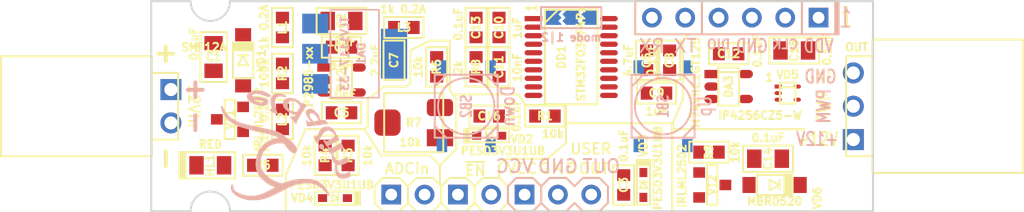
<source format=kicad_pcb>
(kicad_pcb (version 20171130) (host pcbnew "(5.1.7)-1")

  (general
    (thickness 1.6)
    (drawings 50)
    (tracks 0)
    (zones 0)
    (modules 51)
    (nets 27)
  )

  (page A4)
  (layers
    (0 F.Cu signal)
    (31 B.Cu signal)
    (36 B.SilkS user)
    (37 F.SilkS user)
    (38 B.Mask user)
    (39 F.Mask user)
    (40 Dwgs.User user)
    (44 Edge.Cuts user)
    (45 Margin user hide)
    (46 B.CrtYd user hide)
    (47 F.CrtYd user hide)
  )

  (setup
    (last_trace_width 0.2)
    (trace_clearance 0.2)
    (zone_clearance 0.3)
    (zone_45_only no)
    (trace_min 0.2)
    (via_size 0.7)
    (via_drill 0.3)
    (via_min_size 0.7)
    (via_min_drill 0.3)
    (uvia_size 0.7)
    (uvia_drill 0.3)
    (uvias_allowed no)
    (uvia_min_size 0.508)
    (uvia_min_drill 0.127)
    (edge_width 0.15)
    (segment_width 0.15)
    (pcb_text_width 0.3)
    (pcb_text_size 1.5 1.5)
    (mod_edge_width 0.15)
    (mod_text_size 1.5 1.5)
    (mod_text_width 0.15)
    (pad_size 1.5 1.5)
    (pad_drill 0.9)
    (pad_to_mask_clearance 0.2)
    (aux_axis_origin 150 80)
    (grid_origin 100 50)
    (visible_elements 7FFFFF7F)
    (pcbplotparams
      (layerselection 0x010f0_ffffffff)
      (usegerberextensions true)
      (usegerberattributes false)
      (usegerberadvancedattributes false)
      (creategerberjobfile false)
      (gerberprecision 5)
      (excludeedgelayer true)
      (linewidth 0.150000)
      (plotframeref false)
      (viasonmask false)
      (mode 1)
      (useauxorigin true)
      (hpglpennumber 1)
      (hpglpenspeed 20)
      (hpglpendiameter 15.000000)
      (psnegative false)
      (psa4output false)
      (plotreference true)
      (plotvalue true)
      (plotinvisibletext false)
      (padsonsilk false)
      (subtractmaskfromsilk true)
      (outputformat 1)
      (mirror false)
      (drillshape 0)
      (scaleselection 1)
      (outputdirectory "Gerber/"))
  )

  (net 0 "")
  (net 1 GND)
  (net 2 GNDP)
  (net 3 +12Vin)
  (net 4 "Net-(HL1-PadA)")
  (net 5 /GNDin)
  (net 6 +12V)
  (net 7 +3.3V)
  (net 8 "Net-(C5-Pad1)")
  (net 9 /+MSU_PWR)
  (net 10 /ADC)
  (net 11 /RST)
  (net 12 /PWM_OUT)
  (net 13 /EN_WKUP)
  (net 14 "Net-(DA3-Pad4)")
  (net 15 /PWM)
  (net 16 /Mode1)
  (net 17 /Mode2)
  (net 18 /UART_TX)
  (net 19 /UART_RX)
  (net 20 /USER)
  (net 21 /BTN1)
  (net 22 /BTN2)
  (net 23 /SWDIO)
  (net 24 /SWCLK)
  (net 25 "Net-(R2-Pad2)")
  (net 26 "Net-(R3-Pad2)")

  (net_class Default "Это класс цепей по умолчанию."
    (clearance 0.2)
    (trace_width 0.2)
    (via_dia 0.7)
    (via_drill 0.3)
    (uvia_dia 0.7)
    (uvia_drill 0.3)
    (add_net /ADC)
    (add_net /BTN1)
    (add_net /BTN2)
    (add_net /EN_WKUP)
    (add_net /Mode1)
    (add_net /Mode2)
    (add_net /PWM)
    (add_net /PWM_OUT)
    (add_net /RST)
    (add_net /SWCLK)
    (add_net /SWDIO)
    (add_net /UART_RX)
    (add_net /UART_TX)
    (add_net /USER)
    (add_net "Net-(C5-Pad1)")
    (add_net "Net-(DA3-Pad4)")
    (add_net "Net-(HL1-PadA)")
    (add_net "Net-(R2-Pad2)")
    (add_net "Net-(R3-Pad2)")
  )

  (net_class wide ""
    (clearance 0.2)
    (trace_width 0.5)
    (via_dia 0.7)
    (via_drill 0.3)
    (uvia_dia 0.7)
    (uvia_drill 0.3)
    (add_net +12V)
    (add_net +3.3V)
    (add_net /+MSU_PWR)
    (add_net GND)
    (add_net GNDP)
  )

  (net_class "wide wide" ""
    (clearance 0.2)
    (trace_width 1)
    (via_dia 0.7)
    (via_drill 0.3)
    (uvia_dia 0.7)
    (uvia_drill 0.3)
    (add_net +12Vin)
    (add_net /GNDin)
  )

  (module Capacitors:CAP0805 (layer F.Cu) (tedit 5FA02C51) (tstamp 5FA02AA1)
    (at 104.75 54.25 270)
    (path /5FC8D67C)
    (attr smd)
    (fp_text reference C1 (at 0 0) (layer F.SilkS)
      (effects (font (size 0.6 0.6) (thickness 0.15)))
    )
    (fp_text value 0.1uF (at -1 1.5 270) (layer F.SilkS)
      (effects (font (size 0.6 0.6) (thickness 0.15)))
    )
    (fp_line (start -1.9 1) (end -1.9 -1) (layer F.SilkS) (width 0.15))
    (fp_line (start 1.9 1) (end -1.9 1) (layer F.SilkS) (width 0.15))
    (fp_line (start 1.9 -1) (end 1.9 1) (layer F.SilkS) (width 0.15))
    (fp_line (start -1.9 -1) (end 1.9 -1) (layer F.SilkS) (width 0.15))
    (pad 2 smd rect (at 1.05 0 270) (size 1.1 1.4) (layers F.Cu F.Paste F.Mask)
      (net 5 /GNDin))
    (pad 1 smd rect (at -1.05 0 270) (size 1.1 1.4) (layers F.Cu F.Paste F.Mask)
      (net 3 +12Vin))
    (model ${KISYS3DMOD}/Capacitors/CAP0805.step
      (at (xyz 0 0 0))
      (scale (xyz 1 1 1))
      (rotate (xyz 0 0 0))
    )
  )

  (module Capacitors:CAP0805 (layer F.Cu) (tedit 5DD56BC4) (tstamp 5FA02AAB)
    (at 114.5 51.5)
    (path /5FAA288D)
    (attr smd)
    (fp_text reference C2 (at 0 0 90) (layer F.SilkS)
      (effects (font (size 0.6 0.6) (thickness 0.15)))
    )
    (fp_text value 10uF (at 0 1.6) (layer F.SilkS)
      (effects (font (size 0.6 0.6) (thickness 0.15)))
    )
    (fp_line (start -1.9 -1) (end 1.9 -1) (layer F.SilkS) (width 0.15))
    (fp_line (start 1.9 -1) (end 1.9 1) (layer F.SilkS) (width 0.15))
    (fp_line (start 1.9 1) (end -1.9 1) (layer F.SilkS) (width 0.15))
    (fp_line (start -1.9 1) (end -1.9 -1) (layer F.SilkS) (width 0.15))
    (pad 1 smd rect (at -1.05 0) (size 1.1 1.4) (layers F.Cu F.Paste F.Mask)
      (net 6 +12V))
    (pad 2 smd rect (at 1.05 0) (size 1.1 1.4) (layers F.Cu F.Paste F.Mask)
      (net 1 GND))
    (model ${KISYS3DMOD}/Capacitors/CAP0805.step
      (at (xyz 0 0 0))
      (scale (xyz 1 1 1))
      (rotate (xyz 0 0 0))
    )
  )

  (module Capacitors:CAP0603 (layer F.Cu) (tedit 5FA02259) (tstamp 5FA02AB5)
    (at 136 64 270)
    (path /5FAB93B7)
    (attr smd)
    (fp_text reference C3 (at 0 0 270) (layer F.SilkS)
      (effects (font (size 0.6 0.6) (thickness 0.15)))
    )
    (fp_text value 0.1uF (at -3 0 270) (layer F.SilkS)
      (effects (font (size 0.6 0.6) (thickness 0.15)))
    )
    (fp_line (start -1.5 -0.8) (end 1.5 -0.8) (layer F.SilkS) (width 0.15))
    (fp_line (start 1.5 -0.8) (end 1.5 0.8) (layer F.SilkS) (width 0.15))
    (fp_line (start 1.5 0.8) (end -1.5 0.8) (layer F.SilkS) (width 0.15))
    (fp_line (start -1.5 0.8) (end -1.5 -0.8) (layer F.SilkS) (width 0.15))
    (pad 1 smd rect (at -0.75 0 270) (size 0.9 1) (layers F.Cu F.Paste F.Mask)
      (net 7 +3.3V))
    (pad 2 smd rect (at 0.75 0 270) (size 0.9 1) (layers F.Cu F.Paste F.Mask)
      (net 1 GND))
    (model ${KISYS3DMOD}/Capacitors/CAP0603.step
      (at (xyz 0 0 0))
      (scale (xyz 1 1 1))
      (rotate (xyz 0 0 0))
    )
  )

  (module Capacitors:CAP0603 (layer F.Cu) (tedit 5DD56BAF) (tstamp 5FA02ABF)
    (at 114.5 53.5)
    (path /5FAA289D)
    (attr smd)
    (fp_text reference C4 (at 0 0) (layer F.SilkS)
      (effects (font (size 0.6 0.6) (thickness 0.15)))
    )
    (fp_text value 1uF (at 0 1.4) (layer F.SilkS)
      (effects (font (size 0.6 0.6) (thickness 0.15)))
    )
    (fp_line (start -1.5 0.8) (end -1.5 -0.8) (layer F.SilkS) (width 0.15))
    (fp_line (start 1.5 0.8) (end -1.5 0.8) (layer F.SilkS) (width 0.15))
    (fp_line (start 1.5 -0.8) (end 1.5 0.8) (layer F.SilkS) (width 0.15))
    (fp_line (start -1.5 -0.8) (end 1.5 -0.8) (layer F.SilkS) (width 0.15))
    (pad 2 smd rect (at 0.75 0) (size 0.9 1) (layers F.Cu F.Paste F.Mask)
      (net 1 GND))
    (pad 1 smd rect (at -0.75 0) (size 0.9 1) (layers F.Cu F.Paste F.Mask)
      (net 6 +12V))
    (model ${KISYS3DMOD}/Capacitors/CAP0603.step
      (at (xyz 0 0 0))
      (scale (xyz 1 1 1))
      (rotate (xyz 0 0 0))
    )
  )

  (module Capacitors:CAP0603 (layer F.Cu) (tedit 5DD56BAF) (tstamp 5FA02AC9)
    (at 114.5 58.5 180)
    (path /5FBBA942)
    (attr smd)
    (fp_text reference C5 (at 0 0 180) (layer F.SilkS)
      (effects (font (size 0.6 0.6) (thickness 0.15)))
    )
    (fp_text value 10nF (at 0 1.4 180) (layer F.SilkS)
      (effects (font (size 0.6 0.6) (thickness 0.15)))
    )
    (fp_line (start -1.5 -0.8) (end 1.5 -0.8) (layer F.SilkS) (width 0.15))
    (fp_line (start 1.5 -0.8) (end 1.5 0.8) (layer F.SilkS) (width 0.15))
    (fp_line (start 1.5 0.8) (end -1.5 0.8) (layer F.SilkS) (width 0.15))
    (fp_line (start -1.5 0.8) (end -1.5 -0.8) (layer F.SilkS) (width 0.15))
    (pad 1 smd rect (at -0.75 0 180) (size 0.9 1) (layers F.Cu F.Paste F.Mask)
      (net 8 "Net-(C5-Pad1)"))
    (pad 2 smd rect (at 0.75 0 180) (size 0.9 1) (layers F.Cu F.Paste F.Mask)
      (net 1 GND))
    (model ${KISYS3DMOD}/Capacitors/CAP0603.step
      (at (xyz 0 0 0))
      (scale (xyz 1 1 1))
      (rotate (xyz 0 0 0))
    )
  )

  (module Capacitors:CAP0603 (layer F.Cu) (tedit 5DD56BAF) (tstamp 5FA02AD3)
    (at 137.75 54.5 270)
    (path /5D9B19EB)
    (attr smd)
    (fp_text reference C6 (at 0 0 270) (layer F.SilkS)
      (effects (font (size 0.6 0.6) (thickness 0.15)))
    )
    (fp_text value 4.7uF (at 0 1.4 270) (layer F.SilkS)
      (effects (font (size 0.6 0.6) (thickness 0.15)))
    )
    (fp_line (start -1.5 -0.8) (end 1.5 -0.8) (layer F.SilkS) (width 0.15))
    (fp_line (start 1.5 -0.8) (end 1.5 0.8) (layer F.SilkS) (width 0.15))
    (fp_line (start 1.5 0.8) (end -1.5 0.8) (layer F.SilkS) (width 0.15))
    (fp_line (start -1.5 0.8) (end -1.5 -0.8) (layer F.SilkS) (width 0.15))
    (pad 1 smd rect (at -0.75 0 270) (size 0.9 1) (layers F.Cu F.Paste F.Mask)
      (net 9 /+MSU_PWR))
    (pad 2 smd rect (at 0.75 0 270) (size 0.9 1) (layers F.Cu F.Paste F.Mask)
      (net 1 GND))
    (model ${KISYS3DMOD}/Capacitors/CAP0603.step
      (at (xyz 0 0 0))
      (scale (xyz 1 1 1))
      (rotate (xyz 0 0 0))
    )
  )

  (module Capacitors:CAP0603 (layer F.Cu) (tedit 5DD56BAF) (tstamp 5FA02ADD)
    (at 118.5 54.5 270)
    (path /5FAA2870)
    (attr smd)
    (fp_text reference C7 (at 0 0 270) (layer F.SilkS)
      (effects (font (size 0.6 0.6) (thickness 0.15)))
    )
    (fp_text value 2.2uF (at 0 1.4 270) (layer F.SilkS)
      (effects (font (size 0.6 0.6) (thickness 0.15)))
    )
    (fp_line (start -1.5 -0.8) (end 1.5 -0.8) (layer F.SilkS) (width 0.15))
    (fp_line (start 1.5 -0.8) (end 1.5 0.8) (layer F.SilkS) (width 0.15))
    (fp_line (start 1.5 0.8) (end -1.5 0.8) (layer F.SilkS) (width 0.15))
    (fp_line (start -1.5 0.8) (end -1.5 -0.8) (layer F.SilkS) (width 0.15))
    (pad 1 smd rect (at -0.75 0 270) (size 0.9 1) (layers F.Cu F.Paste F.Mask)
      (net 7 +3.3V))
    (pad 2 smd rect (at 0.75 0 270) (size 0.9 1) (layers F.Cu F.Paste F.Mask)
      (net 1 GND))
    (model ${KISYS3DMOD}/Capacitors/CAP0603.step
      (at (xyz 0 0 0))
      (scale (xyz 1 1 1))
      (rotate (xyz 0 0 0))
    )
  )

  (module Capacitors:CAP0603 (layer F.Cu) (tedit 5DD56BAF) (tstamp 5FA02AE7)
    (at 139.5 54.5 270)
    (path /5D9B1A19)
    (attr smd)
    (fp_text reference C8 (at 0 0 270) (layer F.SilkS)
      (effects (font (size 0.6 0.6) (thickness 0.15)))
    )
    (fp_text value 0.1uF (at 0 1.4 270) (layer F.SilkS)
      (effects (font (size 0.6 0.6) (thickness 0.15)))
    )
    (fp_line (start -1.5 0.8) (end -1.5 -0.8) (layer F.SilkS) (width 0.15))
    (fp_line (start 1.5 0.8) (end -1.5 0.8) (layer F.SilkS) (width 0.15))
    (fp_line (start 1.5 -0.8) (end 1.5 0.8) (layer F.SilkS) (width 0.15))
    (fp_line (start -1.5 -0.8) (end 1.5 -0.8) (layer F.SilkS) (width 0.15))
    (pad 2 smd rect (at 0.75 0 270) (size 0.9 1) (layers F.Cu F.Paste F.Mask)
      (net 1 GND))
    (pad 1 smd rect (at -0.75 0 270) (size 0.9 1) (layers F.Cu F.Paste F.Mask)
      (net 9 /+MSU_PWR))
    (model ${KISYS3DMOD}/Capacitors/CAP0603.step
      (at (xyz 0 0 0))
      (scale (xyz 1 1 1))
      (rotate (xyz 0 0 0))
    )
  )

  (module Capacitors:CAP0603 (layer F.Cu) (tedit 5DD56BAF) (tstamp 5FA02AF1)
    (at 138.5 57)
    (path /5FEB4E23)
    (attr smd)
    (fp_text reference C9 (at 0 0) (layer F.SilkS)
      (effects (font (size 0.6 0.6) (thickness 0.15)))
    )
    (fp_text value 1uF (at 0 1.4) (layer F.SilkS)
      (effects (font (size 0.6 0.6) (thickness 0.15)))
    )
    (fp_line (start -1.5 0.8) (end -1.5 -0.8) (layer F.SilkS) (width 0.15))
    (fp_line (start 1.5 0.8) (end -1.5 0.8) (layer F.SilkS) (width 0.15))
    (fp_line (start 1.5 -0.8) (end 1.5 0.8) (layer F.SilkS) (width 0.15))
    (fp_line (start -1.5 -0.8) (end 1.5 -0.8) (layer F.SilkS) (width 0.15))
    (pad 2 smd rect (at 0.75 0) (size 0.9 1) (layers F.Cu F.Paste F.Mask)
      (net 1 GND))
    (pad 1 smd rect (at -0.75 0) (size 0.9 1) (layers F.Cu F.Paste F.Mask)
      (net 10 /ADC))
    (model ${KISYS3DMOD}/Capacitors/CAP0603.step
      (at (xyz 0 0 0))
      (scale (xyz 1 1 1))
      (rotate (xyz 0 0 0))
    )
  )

  (module Capacitors:CAP0603 (layer F.Cu) (tedit 5FA022C7) (tstamp 5FA02AFB)
    (at 126.5 52 90)
    (path /5D9B19DD)
    (attr smd)
    (fp_text reference C10 (at 0 0 90) (layer F.SilkS)
      (effects (font (size 0.6 0.6) (thickness 0.15)))
    )
    (fp_text value 1uF (at -0.05 1.4 90) (layer F.SilkS)
      (effects (font (size 0.6 0.6) (thickness 0.15)))
    )
    (fp_line (start -1.5 0.8) (end -1.5 -0.8) (layer F.SilkS) (width 0.15))
    (fp_line (start 1.5 0.8) (end -1.5 0.8) (layer F.SilkS) (width 0.15))
    (fp_line (start 1.5 -0.8) (end 1.5 0.8) (layer F.SilkS) (width 0.15))
    (fp_line (start -1.5 -0.8) (end 1.5 -0.8) (layer F.SilkS) (width 0.15))
    (pad 2 smd rect (at 0.75 0 90) (size 0.9 1) (layers F.Cu F.Paste F.Mask)
      (net 1 GND))
    (pad 1 smd rect (at -0.75 0 90) (size 0.9 1) (layers F.Cu F.Paste F.Mask)
      (net 9 /+MSU_PWR))
    (model ${KISYS3DMOD}/Capacitors/CAP0603.step
      (at (xyz 0 0 0))
      (scale (xyz 1 1 1))
      (rotate (xyz 0 0 0))
    )
  )

  (module Capacitors:CAP0603 (layer F.Cu) (tedit 5FA022CA) (tstamp 5FA02B05)
    (at 126.5 55 270)
    (path /5D9B19E4)
    (attr smd)
    (fp_text reference C11 (at 0 0 270) (layer F.SilkS)
      (effects (font (size 0.6 0.6) (thickness 0.15)))
    )
    (fp_text value 10nF (at 0.05 -1.4 270) (layer F.SilkS)
      (effects (font (size 0.6 0.6) (thickness 0.15)))
    )
    (fp_line (start -1.5 -0.8) (end 1.5 -0.8) (layer F.SilkS) (width 0.15))
    (fp_line (start 1.5 -0.8) (end 1.5 0.8) (layer F.SilkS) (width 0.15))
    (fp_line (start 1.5 0.8) (end -1.5 0.8) (layer F.SilkS) (width 0.15))
    (fp_line (start -1.5 0.8) (end -1.5 -0.8) (layer F.SilkS) (width 0.15))
    (pad 1 smd rect (at -0.75 0 270) (size 0.9 1) (layers F.Cu F.Paste F.Mask)
      (net 9 /+MSU_PWR))
    (pad 2 smd rect (at 0.75 0 270) (size 0.9 1) (layers F.Cu F.Paste F.Mask)
      (net 1 GND))
    (model ${KISYS3DMOD}/Capacitors/CAP0603.step
      (at (xyz 0 0 0))
      (scale (xyz 1 1 1))
      (rotate (xyz 0 0 0))
    )
  )

  (module Capacitors:CAP0603 (layer F.Cu) (tedit 5FA024E3) (tstamp 5FA02B0F)
    (at 144 54 180)
    (path /5FA979E9)
    (attr smd)
    (fp_text reference C12 (at 0 0 180) (layer F.SilkS)
      (effects (font (size 0.6 0.6) (thickness 0.15)))
    )
    (fp_text value 0.1uF (at -2.2 0.2 270) (layer F.SilkS)
      (effects (font (size 0.6 0.6) (thickness 0.15)))
    )
    (fp_line (start -1.5 0.8) (end -1.5 -0.8) (layer F.SilkS) (width 0.15))
    (fp_line (start 1.5 0.8) (end -1.5 0.8) (layer F.SilkS) (width 0.15))
    (fp_line (start 1.5 -0.8) (end 1.5 0.8) (layer F.SilkS) (width 0.15))
    (fp_line (start -1.5 -0.8) (end 1.5 -0.8) (layer F.SilkS) (width 0.15))
    (pad 2 smd rect (at 0.75 0 180) (size 0.9 1) (layers F.Cu F.Paste F.Mask)
      (net 1 GND))
    (pad 1 smd rect (at -0.75 0 180) (size 0.9 1) (layers F.Cu F.Paste F.Mask)
      (net 7 +3.3V))
    (model ${KISYS3DMOD}/Capacitors/CAP0603.step
      (at (xyz 0 0 0))
      (scale (xyz 1 1 1))
      (rotate (xyz 0 0 0))
    )
  )

  (module Capacitors:CAP0603 (layer F.Cu) (tedit 5FA022CD) (tstamp 5FA02B19)
    (at 124.75 52 90)
    (path /5FF3029F)
    (attr smd)
    (fp_text reference C13 (at 0 0 90) (layer F.SilkS)
      (effects (font (size 0.6 0.6) (thickness 0.15)))
    )
    (fp_text value 0.1uF (at 0.25 -1.35 90) (layer F.SilkS)
      (effects (font (size 0.6 0.6) (thickness 0.15)))
    )
    (fp_line (start -1.5 0.8) (end -1.5 -0.8) (layer F.SilkS) (width 0.15))
    (fp_line (start 1.5 0.8) (end -1.5 0.8) (layer F.SilkS) (width 0.15))
    (fp_line (start 1.5 -0.8) (end 1.5 0.8) (layer F.SilkS) (width 0.15))
    (fp_line (start -1.5 -0.8) (end 1.5 -0.8) (layer F.SilkS) (width 0.15))
    (pad 2 smd rect (at 0.75 0 90) (size 0.9 1) (layers F.Cu F.Paste F.Mask)
      (net 1 GND))
    (pad 1 smd rect (at -0.75 0 90) (size 0.9 1) (layers F.Cu F.Paste F.Mask)
      (net 11 /RST))
    (model ${KISYS3DMOD}/Capacitors/CAP0603.step
      (at (xyz 0 0 0))
      (scale (xyz 1 1 1))
      (rotate (xyz 0 0 0))
    )
  )

  (module Capacitors:CAP0805 (layer F.Cu) (tedit 5FA02575) (tstamp 5FA02B23)
    (at 147 62 180)
    (path /5FD417BF)
    (attr smd)
    (fp_text reference C14 (at 0 0 270) (layer F.SilkS)
      (effects (font (size 0.6 0.6) (thickness 0.15)))
    )
    (fp_text value 0.1uF (at 0 1.6 180) (layer F.SilkS)
      (effects (font (size 0.6 0.6) (thickness 0.15)))
    )
    (fp_line (start -1.9 -1) (end 1.9 -1) (layer F.SilkS) (width 0.15))
    (fp_line (start 1.9 -1) (end 1.9 1) (layer F.SilkS) (width 0.15))
    (fp_line (start 1.9 1) (end -1.9 1) (layer F.SilkS) (width 0.15))
    (fp_line (start -1.9 1) (end -1.9 -1) (layer F.SilkS) (width 0.15))
    (pad 1 smd rect (at -1.05 0 180) (size 1.1 1.4) (layers F.Cu F.Paste F.Mask)
      (net 3 +12Vin))
    (pad 2 smd rect (at 1.05 0 180) (size 1.1 1.4) (layers F.Cu F.Paste F.Mask)
      (net 12 /PWM_OUT))
    (model ${KISYS3DMOD}/Capacitors/CAP0805.step
      (at (xyz 0 0 0))
      (scale (xyz 1 1 1))
      (rotate (xyz 0 0 0))
    )
  )

  (module Capacitors:CAP0805 (layer F.Cu) (tedit 5FA024EC) (tstamp 5FA02B2D)
    (at 149 53.75)
    (path /5FAE56C1)
    (attr smd)
    (fp_text reference C15 (at 0 0 90) (layer F.SilkS)
      (effects (font (size 0.6 0.6) (thickness 0.15)))
    )
    (fp_text value 0.1uF (at 2.5 -0.1 90) (layer F.SilkS)
      (effects (font (size 0.6 0.6) (thickness 0.15)))
    )
    (fp_line (start -1.9 1) (end -1.9 -1) (layer F.SilkS) (width 0.15))
    (fp_line (start 1.9 1) (end -1.9 1) (layer F.SilkS) (width 0.15))
    (fp_line (start 1.9 -1) (end 1.9 1) (layer F.SilkS) (width 0.15))
    (fp_line (start -1.9 -1) (end 1.9 -1) (layer F.SilkS) (width 0.15))
    (pad 2 smd rect (at 1.05 0) (size 1.1 1.4) (layers F.Cu F.Paste F.Mask)
      (net 2 GNDP))
    (pad 1 smd rect (at -1.05 0) (size 1.1 1.4) (layers F.Cu F.Paste F.Mask)
      (net 3 +12Vin))
    (model ${KISYS3DMOD}/Capacitors/CAP0805.step
      (at (xyz 0 0 0))
      (scale (xyz 1 1 1))
      (rotate (xyz 0 0 0))
    )
  )

  (module Capacitors:CAP0603 (layer F.Cu) (tedit 5FA02450) (tstamp 5FA02B37)
    (at 125.75 58.75)
    (path /5A3305EF)
    (attr smd)
    (fp_text reference C16 (at 0 0) (layer F.SilkS)
      (effects (font (size 0.6 0.6) (thickness 0.15)))
    )
    (fp_text value 0.1uF (at 2.05 -0.05 90) (layer F.SilkS)
      (effects (font (size 0.6 0.6) (thickness 0.15)))
    )
    (fp_line (start -1.5 -0.8) (end 1.5 -0.8) (layer F.SilkS) (width 0.15))
    (fp_line (start 1.5 -0.8) (end 1.5 0.8) (layer F.SilkS) (width 0.15))
    (fp_line (start 1.5 0.8) (end -1.5 0.8) (layer F.SilkS) (width 0.15))
    (fp_line (start -1.5 0.8) (end -1.5 -0.8) (layer F.SilkS) (width 0.15))
    (pad 1 smd rect (at -0.75 0) (size 0.9 1) (layers F.Cu F.Paste F.Mask)
      (net 13 /EN_WKUP))
    (pad 2 smd rect (at 0.75 0) (size 0.9 1) (layers F.Cu F.Paste F.Mask)
      (net 1 GND))
    (model ${KISYS3DMOD}/Capacitors/CAP0603.step
      (at (xyz 0 0 0))
      (scale (xyz 1 1 1))
      (rotate (xyz 0 0 0))
    )
  )

  (module SOT,_TO:SOT223 (layer B.Cu) (tedit 5DD7A946) (tstamp 5FA02B43)
    (at 115.5 54 90)
    (path /5FAA28A7)
    (attr smd)
    (fp_text reference DA1 (at 0 0.5 90) (layer B.SilkS)
      (effects (font (size 0.6 0.6) (thickness 0.15)) (justify mirror))
    )
    (fp_text value TLV1117-33 (at 0 -0.75 90) (layer B.SilkS)
      (effects (font (size 0.6 0.6) (thickness 0.15)) (justify mirror))
    )
    (fp_line (start -3.35 1.85) (end 3.35 1.85) (layer B.SilkS) (width 0.127))
    (fp_line (start 3.35 1.85) (end 3.35 -1.85) (layer B.SilkS) (width 0.127))
    (fp_line (start 3.35 -1.85) (end -3.35 -1.85) (layer B.SilkS) (width 0.127))
    (fp_line (start -3.35 -1.85) (end -3.35 1.85) (layer B.SilkS) (width 0.127))
    (pad 1 smd rect (at -2.3 -3 90) (size 1.5 2) (layers B.Cu B.Paste B.Mask)
      (net 1 GND))
    (pad 2 smd rect (at 0 3 90) (size 3.8 2) (layers B.Cu B.Paste B.Mask)
      (net 7 +3.3V) (zone_connect 2))
    (pad 2 smd rect (at 0 -3 90) (size 1.5 2) (layers B.Cu B.Paste B.Mask)
      (net 7 +3.3V))
    (pad 3 smd rect (at 2.3 -3 90) (size 1.5 2) (layers B.Cu B.Paste B.Mask)
      (net 6 +12V))
    (model ${KISYS3DMOD}/SOT_TO/SOT223.step
      (at (xyz 0 0 0))
      (scale (xyz 1 1 1))
      (rotate (xyz -90 0 90))
    )
  )

  (module SOT,_TO:SOT23-5 (layer F.Cu) (tedit 5DD7A894) (tstamp 5FA02B51)
    (at 114.5 56 270)
    (path /5FB8B591)
    (attr smd)
    (fp_text reference DA2 (at 0 0 270) (layer F.SilkS)
      (effects (font (size 0.6 0.6) (thickness 0.15)))
    )
    (fp_text value LP2985-xx (at 0 2.5 270) (layer F.SilkS)
      (effects (font (size 0.6 0.6) (thickness 0.15)))
    )
    (fp_line (start -1.1 0.8) (end -1.1 -0.8) (layer F.SilkS) (width 0.15))
    (fp_line (start -1.45 0.8) (end -1.45 -0.8) (layer F.SilkS) (width 0.15))
    (fp_line (start -1.45 -0.8) (end 1.45 -0.8) (layer F.SilkS) (width 0.15))
    (fp_line (start 1.45 -0.8) (end 1.45 0.8) (layer F.SilkS) (width 0.15))
    (fp_line (start 1.45 0.8) (end -1.45 0.8) (layer F.SilkS) (width 0.15))
    (pad 1 smd rect (at -0.95 1.3 270) (size 0.635 1.1) (layers F.Cu F.Paste F.Mask)
      (net 6 +12V))
    (pad 2 smd oval (at 0 1.3 270) (size 0.635 1.1) (layers F.Cu F.Paste F.Mask)
      (net 1 GND))
    (pad 3 smd oval (at 0.95 1.3 270) (size 0.635 1.1) (layers F.Cu F.Paste F.Mask)
      (net 6 +12V))
    (pad 4 smd oval (at 0.95 -1.3 270) (size 0.635 1.1) (layers F.Cu F.Paste F.Mask)
      (net 8 "Net-(C5-Pad1)"))
    (pad 5 smd oval (at -0.95 -1.3 270) (size 0.635 1.1) (layers F.Cu F.Paste F.Mask)
      (net 7 +3.3V))
    (model ${KISYS3DMOD}/SOT_TO/SOT23-5.step
      (at (xyz 0 0 0))
      (scale (xyz 1 1 1))
      (rotate (xyz -90 0 0))
    )
  )

  (module SOT,_TO:SOT23-5 (layer F.Cu) (tedit 5FA024D3) (tstamp 5FA02B5F)
    (at 144 56.5 270)
    (path /5FA954C4)
    (attr smd)
    (fp_text reference DA3 (at 0 0 270) (layer F.SilkS)
      (effects (font (size 0.6 0.6) (thickness 0.15)))
    )
    (fp_text value M74VHC1GT125 (at -0.3 2.5 270) (layer F.SilkS)
      (effects (font (size 0.6 0.6) (thickness 0.15)))
    )
    (fp_line (start 1.45 0.8) (end -1.45 0.8) (layer F.SilkS) (width 0.15))
    (fp_line (start 1.45 -0.8) (end 1.45 0.8) (layer F.SilkS) (width 0.15))
    (fp_line (start -1.45 -0.8) (end 1.45 -0.8) (layer F.SilkS) (width 0.15))
    (fp_line (start -1.45 0.8) (end -1.45 -0.8) (layer F.SilkS) (width 0.15))
    (fp_line (start -1.1 0.8) (end -1.1 -0.8) (layer F.SilkS) (width 0.15))
    (pad 5 smd oval (at -0.95 -1.3 270) (size 0.635 1.1) (layers F.Cu F.Paste F.Mask)
      (net 7 +3.3V))
    (pad 4 smd oval (at 0.95 -1.3 270) (size 0.635 1.1) (layers F.Cu F.Paste F.Mask)
      (net 14 "Net-(DA3-Pad4)"))
    (pad 3 smd oval (at 0.95 1.3 270) (size 0.635 1.1) (layers F.Cu F.Paste F.Mask)
      (net 1 GND))
    (pad 2 smd oval (at 0 1.3 270) (size 0.635 1.1) (layers F.Cu F.Paste F.Mask)
      (net 15 /PWM))
    (pad 1 smd rect (at -0.95 1.3 270) (size 0.635 1.1) (layers F.Cu F.Paste F.Mask)
      (net 1 GND))
    (model ${KISYS3DMOD}/SOT_TO/SOT23-5.step
      (at (xyz 0 0 0))
      (scale (xyz 1 1 1))
      (rotate (xyz -90 0 0))
    )
  )

  (module SOP,_MSOP,_TSSOP:TSSOP20 (layer F.Cu) (tedit 5FA022E2) (tstamp 5FA02B7D)
    (at 132 54.25)
    (path /5A30792F)
    (attr smd)
    (fp_text reference DD1 (at -0.75 0 270) (layer F.SilkS)
      (effects (font (size 0.6 0.6) (thickness 0.15)))
    )
    (fp_text value STM32F030F4Px (at 0.75 -0.25 270) (layer F.SilkS)
      (effects (font (size 0.6 0.6) (thickness 0.15)))
    )
    (fp_line (start 2 -3.6) (end 2 3.6) (layer F.SilkS) (width 0.15))
    (fp_line (start 2 3.6) (end -2 3.6) (layer F.SilkS) (width 0.15))
    (fp_line (start -2 3.6) (end -2 -3.6) (layer F.SilkS) (width 0.15))
    (fp_line (start -2 -3.6) (end 2 -3.6) (layer F.SilkS) (width 0.15))
    (fp_line (start -1 -3.6) (end -2 -2.6) (layer F.SilkS) (width 0.15))
    (fp_text user 1 (at -3 -3.75 90) (layer F.SilkS)
      (effects (font (size 0.8 0.6) (thickness 0.15)))
    )
    (pad 1 smd rect (at -2.875 -2.925) (size 1.35 0.4) (layers F.Cu F.Paste F.Mask)
      (net 1 GND))
    (pad 2 smd oval (at -2.875 -2.275) (size 1.35 0.4) (layers F.Cu F.Paste F.Mask)
      (net 16 /Mode1))
    (pad 3 smd oval (at -2.875 -1.625) (size 1.35 0.4) (layers F.Cu F.Paste F.Mask)
      (net 17 /Mode2))
    (pad 4 smd oval (at -2.875 -0.975) (size 1.35 0.4) (layers F.Cu F.Paste F.Mask)
      (net 11 /RST))
    (pad 5 smd oval (at -2.875 -0.325) (size 1.35 0.4) (layers F.Cu F.Paste F.Mask)
      (net 9 /+MSU_PWR))
    (pad 6 smd oval (at -2.875 0.325) (size 1.35 0.4) (layers F.Cu F.Paste F.Mask)
      (net 13 /EN_WKUP))
    (pad 7 smd oval (at -2.875 0.975) (size 1.35 0.4) (layers F.Cu F.Paste F.Mask))
    (pad 8 smd oval (at -2.875 1.625) (size 1.35 0.4) (layers F.Cu F.Paste F.Mask)
      (net 18 /UART_TX))
    (pad 9 smd oval (at -2.875 2.275) (size 1.35 0.4) (layers F.Cu F.Paste F.Mask)
      (net 19 /UART_RX))
    (pad 10 smd oval (at -2.875 2.925) (size 1.35 0.4) (layers F.Cu F.Paste F.Mask))
    (pad 11 smd oval (at 2.875 2.925) (size 1.35 0.4) (layers F.Cu F.Paste F.Mask))
    (pad 12 smd oval (at 2.875 2.275) (size 1.35 0.4) (layers F.Cu F.Paste F.Mask)
      (net 10 /ADC))
    (pad 13 smd oval (at 2.875 1.625) (size 1.35 0.4) (layers F.Cu F.Paste F.Mask)
      (net 15 /PWM))
    (pad 14 smd oval (at 2.875 0.975) (size 1.35 0.4) (layers F.Cu F.Paste F.Mask)
      (net 20 /USER))
    (pad 15 smd oval (at 2.875 0.325) (size 1.35 0.4) (layers F.Cu F.Paste F.Mask)
      (net 1 GND))
    (pad 16 smd oval (at 2.875 -0.325) (size 1.35 0.4) (layers F.Cu F.Paste F.Mask)
      (net 9 /+MSU_PWR))
    (pad 17 smd oval (at 2.875 -0.975) (size 1.35 0.4) (layers F.Cu F.Paste F.Mask)
      (net 21 /BTN1))
    (pad 18 smd oval (at 2.875 -1.625) (size 1.35 0.4) (layers F.Cu F.Paste F.Mask)
      (net 22 /BTN2))
    (pad 19 smd oval (at 2.875 -2.275) (size 1.35 0.4) (layers F.Cu F.Paste F.Mask)
      (net 23 /SWDIO))
    (pad 20 smd oval (at 2.875 -2.925) (size 1.35 0.4) (layers F.Cu F.Paste F.Mask)
      (net 24 /SWCLK))
    (model ${KISYS3DMOD}/SOP_MSOP_TSSOP/TSSOP20_4.4x6.5mm_P0.65mm.step
      (at (xyz 0 0 0))
      (scale (xyz 1 1 1))
      (rotate (xyz 0 0 0))
    )
  )

  (module PCB_details:FuseSolder_x2_0603 (layer B.Cu) (tedit 5FA03331) (tstamp 5FA02BC0)
    (at 132 51.25)
    (path /5FA86DA4)
    (zone_connect 1)
    (fp_text reference fus1 (at 0 0) (layer B.SilkS) hide
      (effects (font (size 0.6 0.6) (thickness 0.15)) (justify mirror))
    )
    (fp_text value "mode 1|2" (at 0 1.5 unlocked) (layer B.SilkS)
      (effects (font (size 0.6 0.6) (thickness 0.15)) (justify mirror))
    )
    (fp_line (start -2.3 -0.8) (end -2.3 0) (layer B.SilkS) (width 0.15))
    (fp_line (start 2.3 -0.8) (end -2.3 -0.8) (layer B.SilkS) (width 0.15))
    (fp_line (start 2.3 0.8) (end 2.3 -0.8) (layer B.SilkS) (width 0.15))
    (fp_line (start -2.3 0.8) (end 2.3 0.8) (layer B.SilkS) (width 0.15))
    (fp_line (start -2.3 0) (end -2.3 0.8) (layer B.SilkS) (width 0.15))
    (fp_line (start -1.05 0.25) (end -0.8 0.5) (layer B.Cu) (width 0.1))
    (fp_line (start -0.8 0) (end -1.05 0.25) (layer B.Cu) (width 0.1))
    (fp_line (start -1.05 -0.25) (end -0.8 -0.5) (layer B.Cu) (width 0.1))
    (fp_line (start -0.8 0) (end -1.05 -0.25) (layer B.Cu) (width 0.1))
    (fp_line (start -0.35 -0.5) (end -0.35 0.5) (layer B.Cu) (width 0.1))
    (fp_line (start -0.6 -0.25) (end -0.35 -0.5) (layer B.Cu) (width 0.1))
    (fp_line (start -0.35 0) (end -0.6 -0.25) (layer B.Cu) (width 0.1))
    (fp_line (start -0.6 0.25) (end -0.35 0) (layer B.Cu) (width 0.1))
    (fp_line (start -0.35 0.5) (end -0.6 0.25) (layer B.Cu) (width 0.1))
    (fp_line (start -1.1 -0.5) (end -0.8 -0.5) (layer B.Cu) (width 0.1))
    (fp_line (start -1.1 0.5) (end -1.1 -0.5) (layer B.Cu) (width 0.1))
    (fp_line (start -0.8 0.5) (end -1.1 0.5) (layer B.Cu) (width 0.1))
    (fp_line (start -0.95 0.45) (end -1.05 0.35) (layer B.Cu) (width 0.1))
    (fp_line (start -1.05 0.45) (end -0.95 0.45) (layer B.Cu) (width 0.1))
    (fp_line (start -0.4 0.35) (end -0.4 0.25) (layer B.Cu) (width 0.1))
    (fp_line (start -0.5 0.25) (end -0.4 0.35) (layer B.Cu) (width 0.1))
    (fp_line (start -0.4 0.15) (end -0.5 0.25) (layer B.Cu) (width 0.1))
    (fp_line (start -0.4 -0.15) (end -0.4 -0.3) (layer B.Cu) (width 0.1))
    (fp_line (start -0.5 -0.25) (end -0.4 -0.15) (layer B.Cu) (width 0.1))
    (fp_line (start -0.4 -0.4) (end -0.5 -0.25) (layer B.Cu) (width 0.1))
    (fp_line (start -1.05 -0.35) (end -1 -0.4) (layer B.Cu) (width 0.1))
    (fp_line (start -1.05 -0.45) (end -1.05 -0.35) (layer B.Cu) (width 0.1))
    (fp_line (start -0.9 -0.45) (end -1.05 -0.45) (layer B.Cu) (width 0.1))
    (fp_line (start -1 -0.1) (end -1 0) (layer B.Cu) (width 0.1))
    (fp_line (start -0.9 0) (end -1 -0.1) (layer B.Cu) (width 0.1))
    (fp_line (start -1.05 0.15) (end -0.9 0) (layer B.Cu) (width 0.1))
    (fp_line (start -1.05 -0.2) (end -1.05 0.15) (layer B.Cu) (width 0.1))
    (fp_line (start 0.4 -0.2) (end 0.4 0.15) (layer B.Cu) (width 0.1))
    (fp_line (start 0.4 0.15) (end 0.55 0) (layer B.Cu) (width 0.1))
    (fp_line (start 0.55 0) (end 0.45 -0.1) (layer B.Cu) (width 0.1))
    (fp_line (start 0.45 -0.1) (end 0.45 0) (layer B.Cu) (width 0.1))
    (fp_line (start 0.55 -0.45) (end 0.4 -0.45) (layer B.Cu) (width 0.1))
    (fp_line (start 0.4 -0.45) (end 0.4 -0.35) (layer B.Cu) (width 0.1))
    (fp_line (start 0.4 -0.35) (end 0.45 -0.4) (layer B.Cu) (width 0.1))
    (fp_line (start 0.4 0.45) (end 0.5 0.45) (layer B.Cu) (width 0.1))
    (fp_line (start 0.5 0.45) (end 0.4 0.35) (layer B.Cu) (width 0.1))
    (fp_line (start 0.65 0.5) (end 0.35 0.5) (layer B.Cu) (width 0.1))
    (fp_line (start 0.35 0.5) (end 0.35 -0.5) (layer B.Cu) (width 0.1))
    (fp_line (start 0.35 -0.5) (end 0.65 -0.5) (layer B.Cu) (width 0.1))
    (fp_line (start 0.65 0) (end 0.4 -0.25) (layer B.Cu) (width 0.1))
    (fp_line (start 0.4 -0.25) (end 0.65 -0.5) (layer B.Cu) (width 0.1))
    (fp_line (start 0.65 0) (end 0.4 0.25) (layer B.Cu) (width 0.1))
    (fp_line (start 0.4 0.25) (end 0.65 0.5) (layer B.Cu) (width 0.1))
    (fp_line (start 1.05 -0.4) (end 0.95 -0.25) (layer B.Cu) (width 0.1))
    (fp_line (start 0.95 -0.25) (end 1.05 -0.15) (layer B.Cu) (width 0.1))
    (fp_line (start 1.05 -0.15) (end 1.05 -0.3) (layer B.Cu) (width 0.1))
    (fp_line (start 1.05 0.15) (end 0.95 0.25) (layer B.Cu) (width 0.1))
    (fp_line (start 0.95 0.25) (end 1.05 0.35) (layer B.Cu) (width 0.1))
    (fp_line (start 1.05 0.35) (end 1.05 0.25) (layer B.Cu) (width 0.1))
    (fp_line (start 1.1 0.5) (end 0.85 0.25) (layer B.Cu) (width 0.1))
    (fp_line (start 0.85 0.25) (end 1.1 0) (layer B.Cu) (width 0.1))
    (fp_line (start 1.1 0) (end 0.85 -0.25) (layer B.Cu) (width 0.1))
    (fp_line (start 0.85 -0.25) (end 1.1 -0.5) (layer B.Cu) (width 0.1))
    (fp_line (start 1.1 -0.5) (end 1.1 0.5) (layer B.Cu) (width 0.1))
    (fp_line (start -1.5 0) (end 1.4 0) (layer B.Mask) (width 1.1))
    (pad 1 smd rect (at 0 0) (size 0.7 1.1) (layers B.Cu B.Paste B.Mask)
      (net 1 GND) (zone_connect 1))
    (pad 2 smd rect (at -1.55 0) (size 1 1.1) (layers B.Cu B.Paste B.Mask)
      (net 16 /Mode1) (zone_connect 1))
    (pad 3 smd rect (at 1.55 0) (size 0.9 1.1) (layers B.Cu B.Paste B.Mask)
      (net 17 /Mode2) (zone_connect 1))
  )

  (module LEDs:LED0805 (layer F.Cu) (tedit 5E4CF5AD) (tstamp 5FA02BCF)
    (at 104.5 62.5 180)
    (path /5FC6198B)
    (attr smd)
    (fp_text reference HL1 (at 0 0 270) (layer F.SilkS)
      (effects (font (size 0.6 0.6) (thickness 0.15)))
    )
    (fp_text value RED (at 0 1.6 180) (layer F.SilkS)
      (effects (font (size 0.6 0.6) (thickness 0.15)))
    )
    (fp_line (start 2.35 1) (end 2.35 -1) (layer F.SilkS) (width 0.15))
    (fp_line (start 2.25 -1) (end 2.25 1) (layer F.SilkS) (width 0.15))
    (fp_line (start 2.1082 -0.9906) (end 2.1082 0.9398) (layer F.SilkS) (width 0.15))
    (fp_line (start 2.1082 0.9398) (end 2.1082 0.9652) (layer F.SilkS) (width 0.15))
    (fp_line (start 2.0066 -0.9652) (end 2.0066 0.9652) (layer F.SilkS) (width 0.15))
    (fp_line (start -1.9 -1) (end 2.35 -1) (layer F.SilkS) (width 0.15))
    (fp_line (start 1.9 -1) (end 1.9 1) (layer F.SilkS) (width 0.15))
    (fp_line (start 2.35 1) (end -1.9 1) (layer F.SilkS) (width 0.15))
    (fp_line (start -1.9 1) (end -1.9 -1) (layer F.SilkS) (width 0.15))
    (pad A smd rect (at -1.05 0 180) (size 1.1 1.4) (layers F.Cu F.Paste F.Mask)
      (net 4 "Net-(HL1-PadA)"))
    (pad C smd rect (at 1.05 0 180) (size 1.1 1.4) (layers F.Cu F.Paste F.Mask)
      (net 1 GND))
    (model ${KISYS3DMOD}/LEDs/LED0805_Castellated.step
      (at (xyz 0 0 0))
      (scale (xyz 1 1 1))
      (rotate (xyz 0 0 180))
    )
  )

  (module Inductors:Bead_0603 (layer F.Cu) (tedit 5DDF92D0) (tstamp 5FA02BDA)
    (at 110 52 270)
    (path /5FB39C90)
    (attr smd)
    (fp_text reference L1 (at 0 0 270) (layer F.SilkS)
      (effects (font (size 0.6 0.6) (thickness 0.15)))
    )
    (fp_text value "1k 0.2A" (at 0 1.4 270) (layer F.SilkS)
      (effects (font (size 0.6 0.6) (thickness 0.15)))
    )
    (fp_line (start -1.5 0) (end -1.5 -0.8) (layer F.SilkS) (width 0.15))
    (fp_line (start -1.5 -0.8) (end 1.5 -0.8) (layer F.SilkS) (width 0.15))
    (fp_line (start 1.5 -0.8) (end 1.5 0.8) (layer F.SilkS) (width 0.15))
    (fp_line (start 1.5 0.8) (end -1.5 0.8) (layer F.SilkS) (width 0.15))
    (fp_line (start -1.5 0.8) (end -1.5 0) (layer F.SilkS) (width 0.15))
    (pad 1 smd rect (at -0.75 0 270) (size 0.9 1) (layers F.Cu F.Paste F.Mask)
      (net 3 +12Vin))
    (pad 2 smd rect (at 0.75 0 270) (size 0.9 1) (layers F.Cu F.Paste F.Mask)
      (net 6 +12V))
    (model "${KISYS3DMOD}/Inductors/Ferrite Bead 0603.STEP"
      (at (xyz 0 0 0))
      (scale (xyz 1 1 1))
      (rotate (xyz 0 0 0))
    )
  )

  (module Inductors:Bead_0603 (layer F.Cu) (tedit 5DDF92D0) (tstamp 5FA02BE5)
    (at 110 59 270)
    (path /5FB3B083)
    (attr smd)
    (fp_text reference L2 (at 0 0 270) (layer F.SilkS)
      (effects (font (size 0.6 0.6) (thickness 0.15)))
    )
    (fp_text value "1k 0.2A" (at 0 1.4 270) (layer F.SilkS)
      (effects (font (size 0.6 0.6) (thickness 0.15)))
    )
    (fp_line (start -1.5 0) (end -1.5 -0.8) (layer F.SilkS) (width 0.15))
    (fp_line (start -1.5 -0.8) (end 1.5 -0.8) (layer F.SilkS) (width 0.15))
    (fp_line (start 1.5 -0.8) (end 1.5 0.8) (layer F.SilkS) (width 0.15))
    (fp_line (start 1.5 0.8) (end -1.5 0.8) (layer F.SilkS) (width 0.15))
    (fp_line (start -1.5 0.8) (end -1.5 0) (layer F.SilkS) (width 0.15))
    (pad 1 smd rect (at -0.75 0 270) (size 0.9 1) (layers F.Cu F.Paste F.Mask)
      (net 2 GNDP))
    (pad 2 smd rect (at 0.75 0 270) (size 0.9 1) (layers F.Cu F.Paste F.Mask)
      (net 1 GND))
    (model "${KISYS3DMOD}/Inductors/Ferrite Bead 0603.STEP"
      (at (xyz 0 0 0))
      (scale (xyz 1 1 1))
      (rotate (xyz 0 0 0))
    )
  )

  (module Inductors:Bead_0603 (layer F.Cu) (tedit 5FA022D1) (tstamp 5FA02BF0)
    (at 119.25 52)
    (path /5D9C2F85)
    (attr smd)
    (fp_text reference L3 (at 0 0) (layer F.SilkS)
      (effects (font (size 0.6 0.6) (thickness 0.15)))
    )
    (fp_text value "1k 0.2A" (at -0.05 -1.4) (layer F.SilkS)
      (effects (font (size 0.6 0.6) (thickness 0.15)))
    )
    (fp_line (start -1.5 0.8) (end -1.5 0) (layer F.SilkS) (width 0.15))
    (fp_line (start 1.5 0.8) (end -1.5 0.8) (layer F.SilkS) (width 0.15))
    (fp_line (start 1.5 -0.8) (end 1.5 0.8) (layer F.SilkS) (width 0.15))
    (fp_line (start -1.5 -0.8) (end 1.5 -0.8) (layer F.SilkS) (width 0.15))
    (fp_line (start -1.5 0) (end -1.5 -0.8) (layer F.SilkS) (width 0.15))
    (pad 2 smd rect (at 0.75 0) (size 0.9 1) (layers F.Cu F.Paste F.Mask)
      (net 9 /+MSU_PWR))
    (pad 1 smd rect (at -0.75 0) (size 0.9 1) (layers F.Cu F.Paste F.Mask)
      (net 7 +3.3V))
    (model "${KISYS3DMOD}/Inductors/Ferrite Bead 0603.STEP"
      (at (xyz 0 0 0))
      (scale (xyz 1 1 1))
      (rotate (xyz 0 0 0))
    )
  )

  (module Graphics:Eldalim_10x8 (layer B.Cu) (tedit 5B095A05) (tstamp 5FA02BFE)
    (at 110.25 61)
    (path /57C01481)
    (attr virtual)
    (fp_text reference Logo1 (at 0 0) (layer B.SilkS) hide
      (effects (font (size 1.524 1.524) (thickness 0.3)) (justify mirror))
    )
    (fp_text value Eldalim (at 0.75 0) (layer B.SilkS) hide
      (effects (font (size 1.524 1.524) (thickness 0.3)) (justify mirror))
    )
    (fp_poly (pts (xy -1.182086 -3.800308) (xy -1.205604 -3.831734) (xy -1.253819 -3.870831) (xy -1.321501 -3.914726)
      (xy -1.403421 -3.960547) (xy -1.494348 -4.005423) (xy -1.589052 -4.046479) (xy -1.682304 -4.080844)
      (xy -1.768874 -4.105646) (xy -1.791318 -4.110508) (xy -1.877005 -4.122819) (xy -1.985014 -4.131414)
      (xy -2.106042 -4.136271) (xy -2.230791 -4.137369) (xy -2.349961 -4.134685) (xy -2.454252 -4.128197)
      (xy -2.534364 -4.117883) (xy -2.558814 -4.112336) (xy -2.696786 -4.061265) (xy -2.800816 -3.994188)
      (xy -2.871108 -3.910915) (xy -2.907867 -3.811253) (xy -2.912153 -3.780645) (xy -2.905221 -3.663606)
      (xy -2.861961 -3.553057) (xy -2.783263 -3.449929) (xy -2.670016 -3.355153) (xy -2.523109 -3.269661)
      (xy -2.357002 -3.199281) (xy -2.174434 -3.142264) (xy -1.997134 -3.105284) (xy -1.831621 -3.089064)
      (xy -1.684414 -3.094323) (xy -1.58563 -3.114055) (xy -1.497106 -3.153727) (xy -1.429907 -3.210374)
      (xy -1.387531 -3.277768) (xy -1.373478 -3.349683) (xy -1.391247 -3.419889) (xy -1.402947 -3.439177)
      (xy -1.461234 -3.493088) (xy -1.556363 -3.541264) (xy -1.62206 -3.562394) (xy -1.62206 -3.362015)
      (xy -1.625181 -3.324936) (xy -1.664369 -3.288965) (xy -1.679222 -3.280634) (xy -1.774533 -3.249029)
      (xy -1.891462 -3.238224) (xy -2.020809 -3.247427) (xy -2.153373 -3.275846) (xy -2.279954 -3.322689)
      (xy -2.304248 -3.334455) (xy -2.364157 -3.368668) (xy -2.424198 -3.409276) (xy -2.477664 -3.450768)
      (xy -2.51785 -3.487632) (xy -2.538049 -3.514358) (xy -2.53564 -3.52461) (xy -2.492701 -3.532687)
      (xy -2.421322 -3.53642) (xy -2.330401 -3.536157) (xy -2.228832 -3.532247) (xy -2.125513 -3.525039)
      (xy -2.02934 -3.514881) (xy -1.949209 -3.502122) (xy -1.946187 -3.501506) (xy -1.817068 -3.469946)
      (xy -1.719206 -3.435515) (xy -1.653802 -3.399206) (xy -1.62206 -3.362015) (xy -1.62206 -3.562394)
      (xy -1.687972 -3.583595) (xy -1.855696 -3.619974) (xy -2.059172 -3.65029) (xy -2.140806 -3.659668)
      (xy -2.313334 -3.680788) (xy -2.448799 -3.703303) (xy -2.547746 -3.727335) (xy -2.610721 -3.753007)
      (xy -2.632169 -3.770075) (xy -2.637028 -3.802318) (xy -2.613819 -3.844539) (xy -2.568277 -3.890185)
      (xy -2.506136 -3.9327) (xy -2.476472 -3.948043) (xy -2.395345 -3.979209) (xy -2.310093 -3.996475)
      (xy -2.215812 -3.999294) (xy -2.1076 -3.987118) (xy -1.980553 -3.9594) (xy -1.829767 -3.915592)
      (xy -1.652933 -3.85606) (xy -1.499389 -3.805902) (xy -1.376443 -3.774685) (xy -1.282348 -3.762122)
      (xy -1.215359 -3.767924) (xy -1.188495 -3.779425) (xy -1.182086 -3.800308)) (layer B.SilkS) (width 0.1))
    (fp_poly (pts (xy -0.021658 -3.748598) (xy -0.034323 -3.76807) (xy -0.036371 -3.770572) (xy -0.097343 -3.820489)
      (xy -0.187015 -3.862793) (xy -0.296973 -3.896074) (xy -0.418801 -3.918924) (xy -0.544086 -3.929934)
      (xy -0.664413 -3.927694) (xy -0.771367 -3.910795) (xy -0.808029 -3.899789) (xy -0.871851 -3.867353)
      (xy -0.941741 -3.816707) (xy -0.979356 -3.782584) (xy -1.058062 -3.683564) (xy -1.106831 -3.5722)
      (xy -1.125969 -3.445695) (xy -1.115786 -3.301256) (xy -1.076588 -3.136088) (xy -1.057224 -3.076222)
      (xy -1.022124 -2.970447) (xy -1.000857 -2.893684) (xy -0.993881 -2.83977) (xy -1.001653 -2.802544)
      (xy -1.024633 -2.775844) (xy -1.063277 -2.75351) (xy -1.081852 -2.745025) (xy -1.130754 -2.720944)
      (xy -1.161327 -2.701177) (xy -1.166499 -2.694342) (xy -1.150738 -2.682172) (xy -1.108293 -2.657842)
      (xy -1.046401 -2.624935) (xy -0.972297 -2.587035) (xy -0.89322 -2.547724) (xy -0.816405 -2.510587)
      (xy -0.749089 -2.479207) (xy -0.698508 -2.457168) (xy -0.6719 -2.448053) (xy -0.669707 -2.448332)
      (xy -0.673549 -2.467641) (xy -0.688528 -2.514602) (xy -0.712153 -2.58179) (xy -0.73683 -2.648355)
      (xy -0.7876 -2.787154) (xy -0.82447 -2.901242) (xy -0.849498 -2.999991) (xy -0.864738 -3.092768)
      (xy -0.872246 -3.188945) (xy -0.874064 -3.273778) (xy -0.873698 -3.364613) (xy -0.870375 -3.428514)
      (xy -0.862114 -3.476165) (xy -0.846932 -3.51825) (xy -0.822845 -3.565451) (xy -0.818444 -3.573448)
      (xy -0.744174 -3.673057) (xy -0.64876 -3.74626) (xy -0.538912 -3.7882) (xy -0.515989 -3.792381)
      (xy -0.45063 -3.795535) (xy -0.358917 -3.791014) (xy -0.25112 -3.779778) (xy -0.13751 -3.76279)
      (xy -0.075259 -3.751138) (xy -0.033243 -3.743984) (xy -0.021658 -3.748598)) (layer B.SilkS) (width 0.1))
    (fp_poly (pts (xy 1.55192 -3.029675) (xy 1.532819 -3.044999) (xy 1.489397 -3.073804) (xy 1.429889 -3.110697)
      (xy 1.409202 -3.123089) (xy 1.34004 -3.162431) (xy 1.295695 -3.182576) (xy 1.270034 -3.185727)
      (xy 1.258633 -3.177176) (xy 1.243939 -3.146759) (xy 1.242066 -3.137921) (xy 1.229645 -3.143982)
      (xy 1.196613 -3.171581) (xy 1.153959 -3.210935) (xy 1.153959 -2.979267) (xy 1.033239 -2.759706)
      (xy 0.978516 -2.664486) (xy 0.931445 -2.591108) (xy 0.894975 -2.543893) (xy 0.874889 -2.527674)
      (xy 0.809603 -2.517488) (xy 0.72135 -2.519145) (xy 0.622512 -2.531578) (xy 0.525467 -2.553716)
      (xy 0.506611 -2.559455) (xy 0.36856 -2.618851) (xy 0.256126 -2.698367) (xy 0.171331 -2.794159)
      (xy 0.116197 -2.902387) (xy 0.092744 -3.019208) (xy 0.102993 -3.140781) (xy 0.14273 -3.25114)
      (xy 0.212007 -3.353672) (xy 0.300488 -3.424888) (xy 0.40549 -3.46408) (xy 0.524328 -3.47054)
      (xy 0.65432 -3.44356) (xy 0.741019 -3.408939) (xy 0.864898 -3.336026) (xy 0.976498 -3.242631)
      (xy 1.065859 -3.137846) (xy 1.101161 -3.080109) (xy 1.153959 -2.979267) (xy 1.153959 -3.210935)
      (xy 1.148912 -3.215592) (xy 1.122179 -3.241402) (xy 0.955571 -3.381527) (xy 0.779093 -3.485383)
      (xy 0.592511 -3.553078) (xy 0.395591 -3.58472) (xy 0.366889 -3.586291) (xy 0.237552 -3.586218)
      (xy 0.139837 -3.573471) (xy 0.112313 -3.565934) (xy -0.002049 -3.511383) (xy -0.090612 -3.432923)
      (xy -0.15114 -3.335981) (xy -0.181396 -3.225987) (xy -0.179145 -3.10837) (xy -0.14215 -2.988559)
      (xy -0.133123 -2.970065) (xy -0.061055 -2.862874) (xy 0.041457 -2.756539) (xy 0.167407 -2.655604)
      (xy 0.309789 -2.564614) (xy 0.4616 -2.488112) (xy 0.615833 -2.430641) (xy 0.74619 -2.399716)
      (xy 0.824453 -2.386748) (xy 0.765005 -2.285309) (xy 0.713311 -2.210656) (xy 0.659028 -2.167084)
      (xy 0.591845 -2.149585) (xy 0.501451 -2.153149) (xy 0.494632 -2.153977) (xy 0.386765 -2.167454)
      (xy 0.519964 -2.02723) (xy 0.583894 -1.955716) (xy 0.643722 -1.881445) (xy 0.690297 -1.816078)
      (xy 0.705568 -1.790721) (xy 0.735659 -1.740636) (xy 0.760165 -1.709098) (xy 0.771602 -1.702861)
      (xy 0.781807 -1.725105) (xy 0.791508 -1.771243) (xy 0.79457 -1.794139) (xy 0.801576 -1.826139)
      (xy 0.817552 -1.868428) (xy 0.84442 -1.924572) (xy 0.884102 -1.99814) (xy 0.93852 -2.092699)
      (xy 1.009597 -2.211818) (xy 1.096342 -2.354311) (xy 1.172448 -2.478538) (xy 1.244064 -2.595446)
      (xy 1.308294 -2.700305) (xy 1.36224 -2.788384) (xy 1.403003 -2.854951) (xy 1.427687 -2.895277)
      (xy 1.430845 -2.90044) (xy 1.467989 -2.949965) (xy 1.507708 -2.987052) (xy 1.51663 -2.992646)
      (xy 1.546081 -3.014308) (xy 1.55192 -3.029675)) (layer B.SilkS) (width 0.1))
    (fp_poly (pts (xy 3.292593 3.779159) (xy 3.282467 3.743427) (xy 3.254776 3.683686) (xy 3.213554 3.606744)
      (xy 3.162834 3.519406) (xy 3.106647 3.428479) (xy 3.049026 3.340771) (xy 2.994004 3.263087)
      (xy 2.963309 3.223367) (xy 2.804283 3.046246) (xy 2.638739 2.902585) (xy 2.460336 2.788215)
      (xy 2.262737 2.698968) (xy 2.076625 2.64019) (xy 2.004227 2.622099) (xy 1.937233 2.608595)
      (xy 1.867371 2.598804) (xy 1.786364 2.591852) (xy 1.685939 2.586865) (xy 1.557821 2.582969)
      (xy 1.528019 2.58224) (xy 1.309361 2.580277) (xy 1.117769 2.586067) (xy 0.943342 2.600334)
      (xy 0.776179 2.623802) (xy 0.660048 2.645706) (xy 0.529293 2.675973) (xy 0.376716 2.716512)
      (xy 0.215384 2.763495) (xy 0.058364 2.813096) (xy -0.081278 2.861486) (xy -0.098792 2.867982)
      (xy -0.275735 2.934255) (xy -0.443608 2.888247) (xy -0.735103 2.792034) (xy -1.00058 2.669855)
      (xy -1.242472 2.52037) (xy -1.463216 2.342238) (xy -1.502853 2.305152) (xy -1.668867 2.1263)
      (xy -1.798279 1.941825) (xy -1.89145 1.750197) (xy -1.948742 1.549887) (xy -1.970516 1.339364)
      (xy -1.957135 1.117099) (xy -1.908961 0.881561) (xy -1.870035 0.752593) (xy -1.801752 0.577916)
      (xy -1.719616 0.429166) (xy -1.616687 0.295281) (xy -1.522473 0.198727) (xy -1.337906 0.049847)
      (xy -1.13371 -0.068694) (xy -0.914531 -0.154917) (xy -0.685019 -0.206843) (xy -0.536222 -0.221102)
      (xy -0.41328 -0.223301) (xy -0.304338 -0.218759) (xy -0.220928 -0.207963) (xy -0.220246 -0.207822)
      (xy -0.111234 -0.185137) (xy 0.05108 0.034432) (xy 0.178491 0.197234) (xy 0.297729 0.330289)
      (xy 0.407502 0.432474) (xy 0.506523 0.502667) (xy 0.5935 0.539742) (xy 0.638118 0.54563)
      (xy 0.676981 0.532713) (xy 0.724999 0.499954) (xy 0.745067 0.481659) (xy 0.788618 0.425811)
      (xy 0.807965 0.365154) (xy 0.803075 0.293096) (xy 0.773915 0.203042) (xy 0.743332 0.13465)
      (xy 0.634845 -0.051516) (xy 0.501131 -0.211137) (xy 0.343974 -0.34235) (xy 0.211298 -0.421248)
      (xy 0.148632 -0.461018) (xy 0.070206 -0.523231) (xy -0.015864 -0.601245) (xy -0.05211 -0.636892)
      (xy -0.197873 -0.770498) (xy -0.345577 -0.876432) (xy -0.507641 -0.962576) (xy -0.664783 -1.025703)
      (xy -0.745118 -1.05366) (xy -0.822998 -1.078838) (xy -0.903787 -1.102573) (xy -0.992847 -1.126199)
      (xy -1.095543 -1.151051) (xy -1.217236 -1.178464) (xy -1.363291 -1.209772) (xy -1.539071 -1.246309)
      (xy -1.608666 -1.260592) (xy -1.945393 -1.330328) (xy -2.24758 -1.394736) (xy -2.51782 -1.454562)
      (xy -2.758711 -1.51055) (xy -2.972848 -1.563447) (xy -3.162825 -1.613998) (xy -3.331238 -1.662948)
      (xy -3.480683 -1.711044) (xy -3.613756 -1.75903) (xy -3.733051 -1.807653) (xy -3.841163 -1.857658)
      (xy -3.940689 -1.90979) (xy -4.011409 -1.950824) (xy -4.211451 -2.083256) (xy -4.3791 -2.220662)
      (xy -4.519588 -2.368539) (xy -4.638149 -2.532383) (xy -4.738403 -2.714345) (xy -4.778657 -2.795566)
      (xy -4.815937 -2.867169) (xy -4.845625 -2.920492) (xy -4.861081 -2.944518) (xy -4.882828 -2.969562)
      (xy -4.890205 -2.962123) (xy -4.891253 -2.933703) (xy -4.884113 -2.882933) (xy -4.864071 -2.808194)
      (xy -4.834506 -2.719442) (xy -4.798797 -2.626632) (xy -4.760323 -2.539719) (xy -4.751225 -2.521185)
      (xy -4.615187 -2.291842) (xy -4.448374 -2.083918) (xy -4.251272 -1.897881) (xy -4.024366 -1.734203)
      (xy -3.819407 -1.618512) (xy -3.670069 -1.548292) (xy -3.509151 -1.483007) (xy -3.331891 -1.421162)
      (xy -3.133529 -1.361261) (xy -2.909303 -1.30181) (xy -2.654454 -1.241314) (xy -2.530592 -1.213804)
      (xy -2.351044 -1.173897) (xy -2.162605 -1.130662) (xy -1.97021 -1.085338) (xy -1.778797 -1.03916)
      (xy -1.5933 -0.993367) (xy -1.418658 -0.949193) (xy -1.259806 -0.907877) (xy -1.12168 -0.870656)
      (xy -1.009218 -0.838765) (xy -0.927354 -0.813443) (xy -0.912518 -0.808378) (xy -0.76011 -0.749331)
      (xy -0.626807 -0.686581) (xy -0.519972 -0.623764) (xy -0.481336 -0.595521) (xy -0.426451 -0.551683)
      (xy -0.566003 -0.539629) (xy -0.786121 -0.50292) (xy -1.015229 -0.430166) (xy -1.159418 -0.368006)
      (xy -1.398014 -0.237398) (xy -1.606586 -0.084947) (xy -1.785753 0.090181) (xy -1.936132 0.288825)
      (xy -2.058341 0.511819) (xy -2.152999 0.760002) (xy -2.220724 1.03421) (xy -2.22894 1.079613)
      (xy -2.255294 1.334237) (xy -2.245358 1.579847) (xy -2.199619 1.815398) (xy -2.118563 2.039843)
      (xy -2.002677 2.252134) (xy -1.852448 2.451225) (xy -1.668363 2.636069) (xy -1.450907 2.80562)
      (xy -1.41515 2.829863) (xy -1.247753 2.932551) (xy -1.072033 3.02473) (xy -0.901248 3.099758)
      (xy -0.812365 3.131917) (xy -0.771896 3.14505) (xy -0.745298 3.156012) (xy -0.73542 3.167943)
      (xy -0.745111 3.183982) (xy -0.77722 3.207267) (xy -0.834596 3.240939) (xy -0.920088 3.288135)
      (xy -0.987777 3.32519) (xy -1.227508 3.453529) (xy -1.441487 3.561047) (xy -1.634105 3.649454)
      (xy -1.809749 3.720458) (xy -1.972808 3.77577) (xy -2.127671 3.817099) (xy -2.278727 3.846153)
      (xy -2.351358 3.856265) (xy -2.647723 3.876078) (xy -2.931792 3.860793) (xy -3.205671 3.810074)
      (xy -3.471465 3.723585) (xy -3.631259 3.652764) (xy -3.781368 3.568124) (xy -3.896092 3.477088)
      (xy -3.977497 3.376938) (xy -4.027646 3.264959) (xy -4.048604 3.138433) (xy -4.049527 3.102461)
      (xy -4.053998 3.039489) (xy -4.067617 3.011916) (xy -4.073565 3.01037) (xy -4.093863 3.017382)
      (xy -4.108879 3.043129) (xy -4.121549 3.094679) (xy -4.130069 3.146375) (xy -4.130065 3.248372)
      (xy -4.104933 3.361484) (xy -4.058432 3.472711) (xy -4.015834 3.541583) (xy -3.917653 3.650437)
      (xy -3.786651 3.754409) (xy -3.627558 3.851082) (xy -3.445103 3.938038) (xy -3.244015 4.012859)
      (xy -3.029022 4.073126) (xy -2.93684 4.093291) (xy -2.835378 4.107389) (xy -2.705707 4.115952)
      (xy -2.556804 4.119208) (xy -2.397646 4.117387) (xy -2.237209 4.110716) (xy -2.084471 4.099424)
      (xy -1.948408 4.08374) (xy -1.845193 4.06552) (xy -1.688648 4.026761) (xy -1.529333 3.978775)
      (xy -1.362837 3.919733) (xy -1.184744 3.847808) (xy -0.990642 3.761174) (xy -0.776118 3.658004)
      (xy -0.536757 3.536469) (xy -0.420703 3.475794) (xy -0.215642 3.368232) (xy -0.039211 3.276991)
      (xy 0.112928 3.200255) (xy 0.245115 3.136208) (xy 0.361688 3.083032) (xy 0.466988 3.038912)
      (xy 0.565351 3.002031) (xy 0.661119 2.970573) (xy 0.75863 2.942721) (xy 0.862223 2.916658)
      (xy 0.976237 2.890569) (xy 0.978371 2.890097) (xy 1.283226 2.836341) (xy 1.568697 2.814564)
      (xy 1.835787 2.825112) (xy 2.085494 2.868334) (xy 2.318822 2.944578) (xy 2.53677 3.054192)
      (xy 2.740341 3.197524) (xy 2.930536 3.374922) (xy 3.108355 3.586733) (xy 3.151182 3.64537)
      (xy 3.210368 3.726048) (xy 3.252047 3.776386) (xy 3.278186 3.798242) (xy 3.290751 3.793477)
      (xy 3.292593 3.779159)) (layer B.SilkS) (width 0.1))
    (fp_poly (pts (xy 3.159787 -1.686045) (xy 3.151591 -1.702286) (xy 3.122414 -1.737999) (xy 3.078056 -1.786223)
      (xy 3.065713 -1.79897) (xy 2.963334 -1.903675) (xy 2.80422 -1.891281) (xy 2.729662 -1.885236)
      (xy 2.669541 -1.87992) (xy 2.633702 -1.876221) (xy 2.62876 -1.87548) (xy 2.616592 -1.89069)
      (xy 2.597884 -1.934255) (xy 2.57586 -1.998194) (xy 2.565767 -2.031351) (xy 2.536325 -2.118947)
      (xy 2.536325 -1.876696) (xy 2.533318 -1.868527) (xy 2.511633 -1.86147) (xy 2.460624 -1.850186)
      (xy 2.388137 -1.836284) (xy 2.310369 -1.822758) (xy 2.097852 -1.787422) (xy 2.000939 -1.88977)
      (xy 1.923633 -1.983178) (xy 1.859454 -2.083676) (xy 1.810789 -2.184879) (xy 1.780022 -2.280401)
      (xy 1.769538 -2.363856) (xy 1.781722 -2.428861) (xy 1.79271 -2.447292) (xy 1.854274 -2.497779)
      (xy 1.934726 -2.518823) (xy 2.028766 -2.509807) (xy 2.103856 -2.48348) (xy 2.182952 -2.434419)
      (xy 2.267555 -2.360063) (xy 2.348623 -2.269822) (xy 2.417115 -2.173106) (xy 2.438956 -2.134732)
      (xy 2.479617 -2.051561) (xy 2.511137 -1.975927) (xy 2.530909 -1.915187) (xy 2.536325 -1.876696)
      (xy 2.536325 -2.118947) (xy 2.518288 -2.172612) (xy 2.463362 -2.289454) (xy 2.393546 -2.395087)
      (xy 2.301398 -2.502721) (xy 2.298421 -2.505895) (xy 2.178052 -2.617679) (xy 2.059563 -2.693745)
      (xy 1.939895 -2.735681) (xy 1.836143 -2.74569) (xy 1.767196 -2.741769) (xy 1.708316 -2.732966)
      (xy 1.680211 -2.724441) (xy 1.637529 -2.686568) (xy 1.602718 -2.625103) (xy 1.582741 -2.554073)
      (xy 1.580445 -2.523475) (xy 1.594193 -2.43148) (xy 1.633289 -2.321177) (xy 1.694508 -2.198745)
      (xy 1.774627 -2.070363) (xy 1.870422 -1.942211) (xy 1.905553 -1.900296) (xy 2.011094 -1.778)
      (xy 1.932177 -1.75378) (xy 1.83913 -1.737973) (xy 1.755822 -1.753708) (xy 1.674175 -1.803087)
      (xy 1.644608 -1.828603) (xy 1.596928 -1.870084) (xy 1.571011 -1.884902) (xy 1.565917 -1.871422)
      (xy 1.580706 -1.828008) (xy 1.608483 -1.765757) (xy 1.634905 -1.696729) (xy 1.651981 -1.628586)
      (xy 1.65552 -1.594555) (xy 1.655704 -1.524) (xy 1.783953 -1.524) (xy 1.848621 -1.527022)
      (xy 1.940039 -1.535337) (xy 2.047882 -1.547814) (xy 2.161821 -1.563325) (xy 2.209273 -1.570513)
      (xy 2.339368 -1.589501) (xy 2.490578 -1.609387) (xy 2.646503 -1.628136) (xy 2.790741 -1.643711)
      (xy 2.828913 -1.647426) (xy 2.934897 -1.657826) (xy 3.027218 -1.667666) (xy 3.099618 -1.676216)
      (xy 3.145841 -1.682747) (xy 3.159787 -1.686045)) (layer B.SilkS) (width 0.1))
    (fp_poly (pts (xy 3.806936 -0.79963) (xy 3.795597 -0.869832) (xy 3.773151 -0.93795) (xy 3.728305 -1.02145)
      (xy 3.667023 -1.110987) (xy 3.595273 -1.19722) (xy 3.56904 -1.224642) (xy 3.451504 -1.318841)
      (xy 3.321278 -1.381079) (xy 3.183793 -1.41034) (xy 3.04448 -1.405609) (xy 2.90877 -1.365869)
      (xy 2.881768 -1.353246) (xy 2.79911 -1.305334) (xy 2.730058 -1.248475) (xy 2.670078 -1.176609)
      (xy 2.614641 -1.083675) (xy 2.559212 -0.963613) (xy 2.523188 -0.873734) (xy 2.477611 -0.768582)
      (xy 2.433791 -0.692909) (xy 2.393564 -0.649473) (xy 2.367413 -0.639704) (xy 2.337307 -0.644778)
      (xy 2.288183 -0.657382) (xy 2.273951 -0.661533) (xy 2.226058 -0.673153) (xy 2.195509 -0.675494)
      (xy 2.191701 -0.673972) (xy 2.196098 -0.654645) (xy 2.214472 -0.607687) (xy 2.244208 -0.53924)
      (xy 2.28269 -0.455447) (xy 2.303176 -0.412254) (xy 2.349559 -0.318527) (xy 2.387934 -0.247187)
      (xy 2.416177 -0.20186) (xy 2.432166 -0.186175) (xy 2.4344 -0.188148) (xy 2.444879 -0.217135)
      (xy 2.464768 -0.272496) (xy 2.490815 -0.345172) (xy 2.509331 -0.396912) (xy 2.558009 -0.526695)
      (xy 2.60333 -0.631612) (xy 2.650989 -0.723322) (xy 2.706679 -0.813482) (xy 2.72901 -0.846667)
      (xy 2.83985 -0.986149) (xy 2.956757 -1.090016) (xy 3.078882 -1.157706) (xy 3.205376 -1.188654)
      (xy 3.248106 -1.190709) (xy 3.324702 -1.182627) (xy 3.400033 -1.156157) (xy 3.479724 -1.107961)
      (xy 3.569397 -1.034702) (xy 3.663995 -0.943865) (xy 3.806936 -0.79963)) (layer B.SilkS) (width 0.1))
    (fp_poly (pts (xy 4.045186 -0.447245) (xy 4.035903 -0.470873) (xy 4.011705 -0.516917) (xy 3.978066 -0.576168)
      (xy 3.940461 -0.639415) (xy 3.904366 -0.697448) (xy 3.875253 -0.741057) (xy 3.85869 -0.760978)
      (xy 3.840191 -0.754705) (xy 3.828318 -0.732211) (xy 3.808535 -0.708817) (xy 3.761714 -0.669605)
      (xy 3.693045 -0.618179) (xy 3.607721 -0.558145) (xy 3.510933 -0.493107) (xy 3.407872 -0.426669)
      (xy 3.303729 -0.362437) (xy 3.249542 -0.33033) (xy 3.167906 -0.2942) (xy 3.095233 -0.290492)
      (xy 3.021738 -0.319886) (xy 2.979016 -0.349188) (xy 2.940999 -0.374232) (xy 2.918721 -0.381265)
      (xy 2.916297 -0.37784) (xy 2.925896 -0.353953) (xy 2.951376 -0.307637) (xy 2.987763 -0.247784)
      (xy 2.998418 -0.231068) (xy 3.042204 -0.161449) (xy 3.08181 -0.095716) (xy 3.109473 -0.046791)
      (xy 3.11179 -0.042333) (xy 3.137348 -0.002104) (xy 3.160042 0.018216) (xy 3.163158 0.018815)
      (xy 3.184413 0.009579) (xy 3.233165 -0.016339) (xy 3.30465 -0.056253) (xy 3.394104 -0.10748)
      (xy 3.496761 -0.167334) (xy 3.563877 -0.206963) (xy 3.692077 -0.28171) (xy 3.802419 -0.343411)
      (xy 3.891538 -0.390305) (xy 3.956068 -0.420628) (xy 3.992647 -0.432617) (xy 3.994831 -0.432741)
      (xy 4.031766 -0.437412) (xy 4.045186 -0.447245)) (layer B.SilkS) (width 0.1))
    (fp_poly (pts (xy 4.896985 2.309628) (xy 4.884984 2.167651) (xy 4.878246 2.098669) (xy 4.87138 2.045813)
      (xy 4.865702 2.018922) (xy 4.864925 2.017616) (xy 4.846429 2.022896) (xy 4.807164 2.044971)
      (xy 4.771085 2.068578) (xy 4.675534 2.126308) (xy 4.581941 2.163239) (xy 4.477317 2.183159)
      (xy 4.35563 2.189783) (xy 4.26937 2.189524) (xy 4.208789 2.184732) (xy 4.162016 2.173298)
      (xy 4.117177 2.15311) (xy 4.10163 2.144643) (xy 4.005459 2.069809) (xy 3.932375 1.966723)
      (xy 3.883401 1.837618) (xy 3.859562 1.684726) (xy 3.857294 1.612444) (xy 3.858089 1.525191)
      (xy 3.864346 1.469112) (xy 3.882567 1.437769) (xy 3.919252 1.424721) (xy 3.980904 1.423529)
      (xy 4.045086 1.426428) (xy 4.235213 1.417505) (xy 4.421267 1.371928) (xy 4.571526 1.307304)
      (xy 4.643396 1.269688) (xy 4.686797 1.240698) (xy 4.706392 1.21112) (xy 4.70684 1.171736)
      (xy 4.692805 1.113331) (xy 4.68454 1.083865) (xy 4.665292 1.01866) (xy 4.648814 0.968865)
      (xy 4.638461 0.944563) (xy 4.638016 0.94404) (xy 4.619736 0.949555) (xy 4.585259 0.975216)
      (xy 4.567015 0.991661) (xy 4.468397 1.064836) (xy 4.345961 1.124679) (xy 4.212558 1.166305)
      (xy 4.081037 1.184829) (xy 4.057588 1.185333) (xy 3.928433 1.169037) (xy 3.818152 1.120206)
      (xy 3.726866 1.038933) (xy 3.654695 0.925305) (xy 3.629176 0.865482) (xy 3.604887 0.778355)
      (xy 3.592324 0.684468) (xy 3.592069 0.596274) (xy 3.604706 0.52623) (xy 3.61246 0.507971)
      (xy 3.637382 0.485048) (xy 3.690283 0.450925) (xy 3.764412 0.408891) (xy 3.853023 0.362239)
      (xy 3.949367 0.314259) (xy 4.046694 0.268244) (xy 4.138257 0.227485) (xy 4.217307 0.195273)
      (xy 4.277095 0.174898) (xy 4.306801 0.169333) (xy 4.362606 0.169333) (xy 4.286953 0.004704)
      (xy 4.252748 -0.068018) (xy 4.223104 -0.127932) (xy 4.202256 -0.166627) (xy 4.196008 -0.175887)
      (xy 4.178475 -0.172549) (xy 4.156702 -0.142761) (xy 4.155284 -0.139938) (xy 4.136385 -0.115106)
      (xy 4.099658 -0.085107) (xy 4.041107 -0.04739) (xy 3.956737 0.000597) (xy 3.842552 0.061406)
      (xy 3.828815 0.068563) (xy 3.72948 0.119121) (xy 3.639338 0.16292) (xy 3.564572 0.197118)
      (xy 3.51137 0.218872) (xy 3.487355 0.225466) (xy 3.449965 0.217117) (xy 3.393222 0.195082)
      (xy 3.338827 0.168911) (xy 3.282615 0.140856) (xy 3.241059 0.122955) (xy 3.223698 0.119068)
      (xy 3.227401 0.138263) (xy 3.242859 0.184811) (xy 3.267466 0.25128) (xy 3.292263 0.314498)
      (xy 3.323391 0.395027) (xy 3.348293 0.465048) (xy 3.363964 0.515762) (xy 3.367852 0.535868)
      (xy 3.382238 0.558658) (xy 3.424533 0.55769) (xy 3.481795 0.538029) (xy 3.494493 0.537915)
      (xy 3.505218 0.553061) (xy 3.515333 0.588672) (xy 3.526206 0.649955) (xy 3.539202 0.742117)
      (xy 3.543082 0.771661) (xy 3.566975 0.929665) (xy 3.594102 1.055543) (xy 3.626284 1.154771)
      (xy 3.665341 1.232827) (xy 3.713092 1.295186) (xy 3.719151 1.301525) (xy 3.788383 1.372424)
      (xy 3.790622 1.650472) (xy 3.792434 1.767865) (xy 3.79638 1.856839) (xy 3.803479 1.926586)
      (xy 3.814751 1.986298) (xy 3.831216 2.04517) (xy 3.836062 2.060222) (xy 3.896581 2.209713)
      (xy 3.968994 2.324529) (xy 4.05418 2.405976) (xy 4.080439 2.422979) (xy 4.125905 2.447469)
      (xy 4.168205 2.462652) (xy 4.218602 2.470697) (xy 4.288358 2.47377) (xy 4.346223 2.474129)
      (xy 4.49946 2.46559) (xy 4.632134 2.437749) (xy 4.757781 2.387213) (xy 4.814456 2.35684)
      (xy 4.896985 2.309628)) (layer B.SilkS) (width 0.1))
    (fp_poly (pts (xy 2.878667 0.114664) (xy 2.865641 0.045199) (xy 2.831464 -0.012502) (xy 2.78349 -0.054135)
      (xy 2.729072 -0.075394) (xy 2.675563 -0.071973) (xy 2.630317 -0.039566) (xy 2.625734 -0.033443)
      (xy 2.596987 0.037127) (xy 2.603816 0.111261) (xy 2.645356 0.183145) (xy 2.660415 0.199437)
      (xy 2.726027 0.24819) (xy 2.785687 0.261931) (xy 2.834366 0.242614) (xy 2.867034 0.192192)
      (xy 2.878667 0.114664)) (layer B.SilkS) (width 0.1))
    (fp_circle (center 0.3 0) (end 0.2 0) (layer B.SilkS) (width 0.15))
  )

  (module Resistors:RES0603 (layer F.Cu) (tedit 5FA02443) (tstamp 5FA02C09)
    (at 130 58.75 180)
    (path /5FDC82B1)
    (attr smd)
    (fp_text reference R1 (at 0 0 180) (layer F.SilkS)
      (effects (font (size 0.6 0.6) (thickness 0.15)))
    )
    (fp_text value 10k (at -0.6 -1.35 180) (layer F.SilkS)
      (effects (font (size 0.6 0.6) (thickness 0.15)))
    )
    (fp_line (start -1.5 0) (end -1.5 -0.8) (layer F.SilkS) (width 0.15))
    (fp_line (start -1.5 -0.8) (end 1.5 -0.8) (layer F.SilkS) (width 0.15))
    (fp_line (start 1.5 -0.8) (end 1.5 0.8) (layer F.SilkS) (width 0.15))
    (fp_line (start 1.5 0.8) (end -1.5 0.8) (layer F.SilkS) (width 0.15))
    (fp_line (start -1.5 0.8) (end -1.5 0) (layer F.SilkS) (width 0.15))
    (pad 1 smd rect (at -0.75 0 180) (size 0.9 1) (layers F.Cu F.Paste F.Mask)
      (net 7 +3.3V))
    (pad 2 smd rect (at 0.75 0 180) (size 0.9 1) (layers F.Cu F.Paste F.Mask)
      (net 13 /EN_WKUP))
    (model ${KISYS3DMOD}/Resistors/RES0603.step
      (at (xyz 0 0 0))
      (scale (xyz 1 1 1))
      (rotate (xyz -90 0 0))
    )
  )

  (module Resistors:RES0603 (layer F.Cu) (tedit 5DD7F660) (tstamp 5FA02C14)
    (at 110 55.5 270)
    (path /5FD4CEE9)
    (attr smd)
    (fp_text reference R2 (at 0 0 270) (layer F.SilkS)
      (effects (font (size 0.6 0.6) (thickness 0.15)))
    )
    (fp_text value 100k (at 0 1.4 270) (layer F.SilkS)
      (effects (font (size 0.6 0.6) (thickness 0.15)))
    )
    (fp_line (start -1.5 0) (end -1.5 -0.8) (layer F.SilkS) (width 0.15))
    (fp_line (start -1.5 -0.8) (end 1.5 -0.8) (layer F.SilkS) (width 0.15))
    (fp_line (start 1.5 -0.8) (end 1.5 0.8) (layer F.SilkS) (width 0.15))
    (fp_line (start 1.5 0.8) (end -1.5 0.8) (layer F.SilkS) (width 0.15))
    (fp_line (start -1.5 0.8) (end -1.5 0) (layer F.SilkS) (width 0.15))
    (pad 1 smd rect (at -0.75 0 270) (size 0.9 1) (layers F.Cu F.Paste F.Mask)
      (net 3 +12Vin))
    (pad 2 smd rect (at 0.75 0 270) (size 0.9 1) (layers F.Cu F.Paste F.Mask)
      (net 25 "Net-(R2-Pad2)"))
    (model ${KISYS3DMOD}/Resistors/RES0603.step
      (at (xyz 0 0 0))
      (scale (xyz 1 1 1))
      (rotate (xyz -90 0 0))
    )
  )

  (module Resistors:RES0603 (layer F.Cu) (tedit 5FA02167) (tstamp 5FA02C1F)
    (at 115 61.75 270)
    (path /5FE1AA55)
    (attr smd)
    (fp_text reference R3 (at 0 0 270) (layer F.SilkS)
      (effects (font (size 0.6 0.6) (thickness 0.15)))
    )
    (fp_text value 10k (at 0 -1.5 270) (layer F.SilkS)
      (effects (font (size 0.6 0.6) (thickness 0.15)))
    )
    (fp_line (start -1.5 0.8) (end -1.5 0) (layer F.SilkS) (width 0.15))
    (fp_line (start 1.5 0.8) (end -1.5 0.8) (layer F.SilkS) (width 0.15))
    (fp_line (start 1.5 -0.8) (end 1.5 0.8) (layer F.SilkS) (width 0.15))
    (fp_line (start -1.5 -0.8) (end 1.5 -0.8) (layer F.SilkS) (width 0.15))
    (fp_line (start -1.5 0) (end -1.5 -0.8) (layer F.SilkS) (width 0.15))
    (pad 2 smd rect (at 0.75 0 270) (size 0.9 1) (layers F.Cu F.Paste F.Mask)
      (net 26 "Net-(R3-Pad2)"))
    (pad 1 smd rect (at -0.75 0 270) (size 0.9 1) (layers F.Cu F.Paste F.Mask)
      (net 10 /ADC))
    (model ${KISYS3DMOD}/Resistors/RES0603.step
      (at (xyz 0 0 0))
      (scale (xyz 1 1 1))
      (rotate (xyz -90 0 0))
    )
  )

  (module Resistors:RES0603 (layer F.Cu) (tedit 5DD7F660) (tstamp 5FA02C2A)
    (at 113.25 61.75 270)
    (path /5FE4B68D)
    (attr smd)
    (fp_text reference R4 (at 0 0 270) (layer F.SilkS)
      (effects (font (size 0.6 0.6) (thickness 0.15)))
    )
    (fp_text value 10k (at 0 1.4 270) (layer F.SilkS)
      (effects (font (size 0.6 0.6) (thickness 0.15)))
    )
    (fp_line (start -1.5 0.8) (end -1.5 0) (layer F.SilkS) (width 0.15))
    (fp_line (start 1.5 0.8) (end -1.5 0.8) (layer F.SilkS) (width 0.15))
    (fp_line (start 1.5 -0.8) (end 1.5 0.8) (layer F.SilkS) (width 0.15))
    (fp_line (start -1.5 -0.8) (end 1.5 -0.8) (layer F.SilkS) (width 0.15))
    (fp_line (start -1.5 0) (end -1.5 -0.8) (layer F.SilkS) (width 0.15))
    (pad 2 smd rect (at 0.75 0 270) (size 0.9 1) (layers F.Cu F.Paste F.Mask)
      (net 1 GND))
    (pad 1 smd rect (at -0.75 0 270) (size 0.9 1) (layers F.Cu F.Paste F.Mask)
      (net 10 /ADC))
    (model ${KISYS3DMOD}/Resistors/RES0603.step
      (at (xyz 0 0 0))
      (scale (xyz 1 1 1))
      (rotate (xyz -90 0 0))
    )
  )

  (module Resistors:RES0603 (layer F.Cu) (tedit 5DD7F660) (tstamp 5FA02C35)
    (at 108.5 62.5 180)
    (path /5DA3D9B4)
    (attr smd)
    (fp_text reference R5 (at 0 0 180) (layer F.SilkS)
      (effects (font (size 0.6 0.6) (thickness 0.15)))
    )
    (fp_text value 1k (at 0 1.4 180) (layer F.SilkS)
      (effects (font (size 0.6 0.6) (thickness 0.15)))
    )
    (fp_line (start -1.5 0) (end -1.5 -0.8) (layer F.SilkS) (width 0.15))
    (fp_line (start -1.5 -0.8) (end 1.5 -0.8) (layer F.SilkS) (width 0.15))
    (fp_line (start 1.5 -0.8) (end 1.5 0.8) (layer F.SilkS) (width 0.15))
    (fp_line (start 1.5 0.8) (end -1.5 0.8) (layer F.SilkS) (width 0.15))
    (fp_line (start -1.5 0.8) (end -1.5 0) (layer F.SilkS) (width 0.15))
    (pad 1 smd rect (at -0.75 0 180) (size 0.9 1) (layers F.Cu F.Paste F.Mask)
      (net 7 +3.3V))
    (pad 2 smd rect (at 0.75 0 180) (size 0.9 1) (layers F.Cu F.Paste F.Mask)
      (net 4 "Net-(HL1-PadA)"))
    (model ${KISYS3DMOD}/Resistors/RES0603.step
      (at (xyz 0 0 0))
      (scale (xyz 1 1 1))
      (rotate (xyz -90 0 0))
    )
  )

  (module Resistors:RES0603 (layer F.Cu) (tedit 5DD7F660) (tstamp 5FA02C40)
    (at 121.75 55 270)
    (path /5FE3FD6A)
    (attr smd)
    (fp_text reference R6 (at 0 0 270) (layer F.SilkS)
      (effects (font (size 0.6 0.6) (thickness 0.15)))
    )
    (fp_text value 10k (at 0 1.4 270) (layer F.SilkS)
      (effects (font (size 0.6 0.6) (thickness 0.15)))
    )
    (fp_line (start -1.5 0.8) (end -1.5 0) (layer F.SilkS) (width 0.15))
    (fp_line (start 1.5 0.8) (end -1.5 0.8) (layer F.SilkS) (width 0.15))
    (fp_line (start 1.5 -0.8) (end 1.5 0.8) (layer F.SilkS) (width 0.15))
    (fp_line (start -1.5 -0.8) (end 1.5 -0.8) (layer F.SilkS) (width 0.15))
    (fp_line (start -1.5 0) (end -1.5 -0.8) (layer F.SilkS) (width 0.15))
    (pad 2 smd rect (at 0.75 0 270) (size 0.9 1) (layers F.Cu F.Paste F.Mask)
      (net 10 /ADC))
    (pad 1 smd rect (at -0.75 0 270) (size 0.9 1) (layers F.Cu F.Paste F.Mask)
      (net 7 +3.3V))
    (model ${KISYS3DMOD}/Resistors/RES0603.step
      (at (xyz 0 0 0))
      (scale (xyz 1 1 1))
      (rotate (xyz -90 0 0))
    )
  )

  (module Resistors:RES_TRIM_Bourns3314J-1 (layer F.Cu) (tedit 5FA02216) (tstamp 5FA02C4B)
    (at 120 59.25 90)
    (path /5FDFDA3E)
    (attr smd)
    (fp_text reference R7 (at 0 0 180) (layer F.SilkS)
      (effects (font (size 0.6 0.6) (thickness 0.15)))
    )
    (fp_text value 10k (at -1.5 -0.25 180) (layer F.SilkS)
      (effects (font (size 0.6 0.6) (thickness 0.15)))
    )
    (fp_line (start -2.25 2.25) (end 2.25 2.25) (layer F.SilkS) (width 0.15))
    (fp_line (start -2.25 -2.25) (end -2.25 2.25) (layer F.SilkS) (width 0.15))
    (fp_line (start 2.25 -2.25) (end -2.25 -2.25) (layer F.SilkS) (width 0.15))
    (fp_line (start 2.25 2.25) (end 2.25 -2.25) (layer F.SilkS) (width 0.15))
    (pad 2 smd roundrect (at 0 -2 90) (size 2 2) (layers F.Cu F.Paste F.Mask) (roundrect_rratio 0.25)
      (net 10 /ADC) (zone_connect 1))
    (pad 1 smd rect (at -1.15 2 90) (size 1.3 2) (layers F.Cu F.Paste F.Mask)
      (net 1 GND) (zone_connect 1))
    (pad 3 smd roundrect (at 1.15 2 90) (size 1.3 2) (layers F.Cu F.Paste F.Mask) (roundrect_rratio 0.25)
      (net 10 /ADC) (zone_connect 1))
    (model "${KISYS3DMOD}/Resistors/RES_TRIM Bourns-3314J-1-502E.STEP"
      (offset (xyz -2.25 -2.25 0))
      (scale (xyz 1 1 1))
      (rotate (xyz -90 0 0))
    )
  )

  (module Resistors:RES0603 (layer F.Cu) (tedit 5FA022CC) (tstamp 5FA02C56)
    (at 124.75 55 270)
    (path /5FF284E3)
    (attr smd)
    (fp_text reference R8 (at 0 0 270) (layer F.SilkS)
      (effects (font (size 0.6 0.6) (thickness 0.15)))
    )
    (fp_text value 2k (at 0.05 1.35 270) (layer F.SilkS)
      (effects (font (size 0.6 0.6) (thickness 0.15)))
    )
    (fp_line (start -1.5 0.8) (end -1.5 0) (layer F.SilkS) (width 0.15))
    (fp_line (start 1.5 0.8) (end -1.5 0.8) (layer F.SilkS) (width 0.15))
    (fp_line (start 1.5 -0.8) (end 1.5 0.8) (layer F.SilkS) (width 0.15))
    (fp_line (start -1.5 -0.8) (end 1.5 -0.8) (layer F.SilkS) (width 0.15))
    (fp_line (start -1.5 0) (end -1.5 -0.8) (layer F.SilkS) (width 0.15))
    (pad 2 smd rect (at 0.75 0 270) (size 0.9 1) (layers F.Cu F.Paste F.Mask)
      (net 9 /+MSU_PWR))
    (pad 1 smd rect (at -0.75 0 270) (size 0.9 1) (layers F.Cu F.Paste F.Mask)
      (net 11 /RST))
    (model ${KISYS3DMOD}/Resistors/RES0603.step
      (at (xyz 0 0 0))
      (scale (xyz 1 1 1))
      (rotate (xyz -90 0 0))
    )
  )

  (module Resistors:RES0603 (layer F.Cu) (tedit 5FA0259B) (tstamp 5FA02C61)
    (at 142.5 61.5 180)
    (path /5FD5301C)
    (attr smd)
    (fp_text reference R9 (at 0 0 270) (layer F.SilkS)
      (effects (font (size 0.6 0.6) (thickness 0.15)))
    )
    (fp_text value 10k (at -2 0 270) (layer F.SilkS)
      (effects (font (size 0.6 0.6) (thickness 0.15)))
    )
    (fp_line (start -1.5 0) (end -1.5 -0.8) (layer F.SilkS) (width 0.15))
    (fp_line (start -1.5 -0.8) (end 1.5 -0.8) (layer F.SilkS) (width 0.15))
    (fp_line (start 1.5 -0.8) (end 1.5 0.8) (layer F.SilkS) (width 0.15))
    (fp_line (start 1.5 0.8) (end -1.5 0.8) (layer F.SilkS) (width 0.15))
    (fp_line (start -1.5 0.8) (end -1.5 0) (layer F.SilkS) (width 0.15))
    (pad 1 smd rect (at -0.75 0 180) (size 0.9 1) (layers F.Cu F.Paste F.Mask)
      (net 15 /PWM))
    (pad 2 smd rect (at 0.75 0 180) (size 0.9 1) (layers F.Cu F.Paste F.Mask)
      (net 2 GNDP))
    (model ${KISYS3DMOD}/Resistors/RES0603.step
      (at (xyz 0 0 0))
      (scale (xyz 1 1 1))
      (rotate (xyz -90 0 0))
    )
  )

  (module "Buttons,_Switches:BTN_5x5(AJ-037)" (layer B.Cu) (tedit 5F96CC31) (tstamp 5FA02C72)
    (at 139 58 90)
    (descr AJ-037)
    (path /5FEFC4D8)
    (attr smd)
    (fp_text reference SB1 (at 0 0 90) (layer B.SilkS)
      (effects (font (size 0.8 0.6) (thickness 0.15)) (justify mirror))
    )
    (fp_text value Up (at 0 3.175 90) (layer B.SilkS)
      (effects (font (size 1 0.8) (thickness 0.15)) (justify mirror))
    )
    (fp_line (start -2.4 -2.4) (end 2.4 -2.4) (layer B.SilkS) (width 0.15))
    (fp_line (start -2.4 2.4) (end -2.4 -2.4) (layer B.SilkS) (width 0.15))
    (fp_line (start 2.4 2.4) (end -2.4 2.4) (layer B.SilkS) (width 0.15))
    (fp_line (start 2.4 -2.4) (end 2.4 2.4) (layer B.SilkS) (width 0.15))
    (fp_circle (center 0 0) (end 2.15 0) (layer B.SilkS) (width 0.15))
    (fp_line (start 2.4 1.5) (end 1.5 2.4) (layer B.SilkS) (width 0.15))
    (fp_line (start -1.5 2.4) (end -2.4 1.5) (layer B.SilkS) (width 0.15))
    (fp_line (start 2.4 -1.5) (end 1.5 -2.4) (layer B.SilkS) (width 0.15))
    (fp_line (start -1.5 -2.4) (end -2.4 -1.5) (layer B.SilkS) (width 0.15))
    (pad 1 smd rect (at 3 1.85 90) (size 1 0.8) (layers B.Cu B.Paste B.Mask)
      (net 21 /BTN1) (zone_connect 1))
    (pad 1 smd rect (at -3 1.85 90) (size 1 0.8) (layers B.Cu B.Paste B.Mask)
      (net 21 /BTN1) (zone_connect 1))
    (pad 2 smd rect (at 3 -1.85 90) (size 1 0.8) (layers B.Cu B.Paste B.Mask)
      (net 1 GND) (zone_connect 1))
    (pad 2 smd rect (at -3 -1.85 90) (size 1 0.8) (layers B.Cu B.Paste B.Mask)
      (net 1 GND) (zone_connect 1))
    (model "${KISYS3DMOD}/Buttons_Switches/Button 5x5x1.8 AJ-037(TS52xxA).STEP"
      (at (xyz 0 0 0))
      (scale (xyz 1 1 1))
      (rotate (xyz 0 0 0))
    )
    (model "${KISYS3DMOD}/Buttons_Switches/Button 5x5x5 AJ-037(TS52xxA).STEP"
      (at (xyz 0 0 0))
      (scale (xyz 1 1 1))
      (rotate (xyz 0 0 0))
    )
  )

  (module "Buttons,_Switches:BTN_5x5(AJ-037)" (layer B.Cu) (tedit 5F96CC31) (tstamp 5FA02C83)
    (at 124 58 90)
    (descr AJ-037)
    (path /5FEFE04F)
    (attr smd)
    (fp_text reference SB2 (at 0 0 90) (layer B.SilkS)
      (effects (font (size 0.8 0.6) (thickness 0.15)) (justify mirror))
    )
    (fp_text value Down (at 0 3.175 90) (layer B.SilkS)
      (effects (font (size 1 0.8) (thickness 0.15)) (justify mirror))
    )
    (fp_line (start -1.5 -2.4) (end -2.4 -1.5) (layer B.SilkS) (width 0.15))
    (fp_line (start 2.4 -1.5) (end 1.5 -2.4) (layer B.SilkS) (width 0.15))
    (fp_line (start -1.5 2.4) (end -2.4 1.5) (layer B.SilkS) (width 0.15))
    (fp_line (start 2.4 1.5) (end 1.5 2.4) (layer B.SilkS) (width 0.15))
    (fp_circle (center 0 0) (end 2.15 0) (layer B.SilkS) (width 0.15))
    (fp_line (start 2.4 -2.4) (end 2.4 2.4) (layer B.SilkS) (width 0.15))
    (fp_line (start 2.4 2.4) (end -2.4 2.4) (layer B.SilkS) (width 0.15))
    (fp_line (start -2.4 2.4) (end -2.4 -2.4) (layer B.SilkS) (width 0.15))
    (fp_line (start -2.4 -2.4) (end 2.4 -2.4) (layer B.SilkS) (width 0.15))
    (pad 2 smd rect (at -3 -1.85 90) (size 1 0.8) (layers B.Cu B.Paste B.Mask)
      (net 1 GND) (zone_connect 1))
    (pad 2 smd rect (at 3 -1.85 90) (size 1 0.8) (layers B.Cu B.Paste B.Mask)
      (net 1 GND) (zone_connect 1))
    (pad 1 smd rect (at -3 1.85 90) (size 1 0.8) (layers B.Cu B.Paste B.Mask)
      (net 22 /BTN2) (zone_connect 1))
    (pad 1 smd rect (at 3 1.85 90) (size 1 0.8) (layers B.Cu B.Paste B.Mask)
      (net 22 /BTN2) (zone_connect 1))
    (model "${KISYS3DMOD}/Buttons_Switches/Button 5x5x1.8 AJ-037(TS52xxA).STEP"
      (at (xyz 0 0 0))
      (scale (xyz 1 1 1))
      (rotate (xyz 0 0 0))
    )
    (model "${KISYS3DMOD}/Buttons_Switches/Button 5x5x5 AJ-037(TS52xxA).STEP"
      (at (xyz 0 0 0))
      (scale (xyz 1 1 1))
      (rotate (xyz 0 0 0))
    )
  )

  (module Diodes:SOD123 (layer F.Cu) (tedit 5FA02C4B) (tstamp 5FA02C9B)
    (at 107 54.5 270)
    (path /5FB1C212)
    (attr smd)
    (fp_text reference VD1 (at 0 -1.397 270) (layer F.SilkS)
      (effects (font (size 0.6 0.6) (thickness 0.15)))
    )
    (fp_text value SMF12A (at -1 3) (layer F.SilkS)
      (effects (font (size 0.6 0.6) (thickness 0.15)))
    )
    (fp_line (start -1.27 -0.775) (end -1.27 0.775) (layer F.SilkS) (width 0.15))
    (fp_line (start -1.27 0.762) (end -1.143 0.762) (layer F.SilkS) (width 0.15))
    (fp_line (start -1.143 0.762) (end -1.143 -0.762) (layer F.SilkS) (width 0.15))
    (fp_line (start -1.143 -0.762) (end -1.016 -0.762) (layer F.SilkS) (width 0.15))
    (fp_line (start -1.016 -0.762) (end -1.016 0.762) (layer F.SilkS) (width 0.15))
    (fp_line (start -1.016 0.762) (end -0.889 0.762) (layer F.SilkS) (width 0.15))
    (fp_line (start -0.889 0.762) (end -0.889 -0.762) (layer F.SilkS) (width 0.15))
    (fp_line (start -0.889 -0.762) (end -0.762 -0.762) (layer F.SilkS) (width 0.15))
    (fp_line (start -0.762 -0.762) (end -0.762 0.762) (layer F.SilkS) (width 0.15))
    (fp_line (start -1.35 -0.775) (end 1.35 -0.775) (layer F.SilkS) (width 0.15))
    (fp_line (start 1.35 -0.775) (end 1.35 0.775) (layer F.SilkS) (width 0.15))
    (fp_line (start 1.35 0.775) (end -1.35 0.775) (layer F.SilkS) (width 0.15))
    (fp_line (start -1.35 0.775) (end -1.35 -0.775) (layer F.SilkS) (width 0.15))
    (fp_line (start -0.381 0.381) (end -0.381 -0.381) (layer F.SilkS) (width 0.15))
    (fp_line (start 0.381 0) (end 0.381 -0.381) (layer F.SilkS) (width 0.15))
    (fp_line (start 0.381 -0.381) (end -0.381 0) (layer F.SilkS) (width 0.15))
    (fp_line (start -0.381 0) (end 0.381 0.381) (layer F.SilkS) (width 0.15))
    (fp_line (start 0.381 0.381) (end 0.381 0) (layer F.SilkS) (width 0.15))
    (pad C smd rect (at -1.95 0 270) (size 1 1.22) (layers F.Cu F.Paste F.Mask)
      (net 3 +12Vin))
    (pad A smd rect (at 1.95 0 270) (size 1 1.22) (layers F.Cu F.Paste F.Mask)
      (net 2 GNDP))
    (model ${KISYS3DMOD}/Diodes/SOD123.step
      (at (xyz 0 0 0))
      (scale (xyz 1 1 1))
      (rotate (xyz -90 0 0))
    )
  )

  (module Diodes:SOD523 (layer F.Cu) (tedit 5FA02445) (tstamp 5FA02CAC)
    (at 125.75 60.25)
    (descr SC-79)
    (path /5FDA4289)
    (attr smd)
    (fp_text reference VD2 (at 2.5 0.25 180) (layer F.SilkS)
      (effects (font (size 0.6 0.6) (thickness 0.15)))
    )
    (fp_text value PESD3V3U1UB (at 1.05 1.15) (layer F.SilkS)
      (effects (font (size 0.6 0.6) (thickness 0.15)))
    )
    (fp_line (start 0.25 0.3) (end -0.25 0) (layer F.SilkS) (width 0.15))
    (fp_line (start -0.25 0) (end 0.25 -0.3) (layer F.SilkS) (width 0.15))
    (fp_line (start -0.25 0.3) (end -0.25 -0.3) (layer F.SilkS) (width 0.15))
    (fp_line (start 0.25 0.3) (end 0.25 -0.3) (layer F.SilkS) (width 0.15))
    (fp_line (start -1.65 -0.5) (end -1.65 0.5) (layer F.SilkS) (width 0.15))
    (fp_line (start 1.5 -0.5) (end -1.9 -0.5) (layer F.SilkS) (width 0.15))
    (fp_line (start -1.9 -0.5) (end -1.9 0.5) (layer F.SilkS) (width 0.15))
    (fp_line (start -1.8 0.5) (end -1.8 -0.5) (layer F.SilkS) (width 0.15))
    (fp_line (start -1.5 -0.5) (end -1.5 0.5) (layer F.SilkS) (width 0.15))
    (fp_line (start -1.9 0.5) (end 1.5 0.5) (layer F.SilkS) (width 0.15))
    (fp_line (start 1.5 0.5) (end 1.5 -0.5) (layer F.SilkS) (width 0.15))
    (pad C smd rect (at -0.95 0) (size 0.7 0.6) (layers F.Cu F.Paste F.Mask)
      (net 13 /EN_WKUP))
    (pad A smd rect (at 0.95 0) (size 0.7 0.6) (layers F.Cu F.Paste F.Mask)
      (net 1 GND))
    (model ${KICAD_SYMBOL_DIR}/3D/Diodes/SOD523F.STEP
      (at (xyz 0 0 0))
      (scale (xyz 1 1 1))
      (rotate (xyz -90 0 0))
    )
  )

  (module Diodes:SOD523 (layer F.Cu) (tedit 5FA02405) (tstamp 5FA02CBD)
    (at 137.5 64 270)
    (descr SC-79)
    (path /5FAF661B)
    (attr smd)
    (fp_text reference VD3 (at -3 0 270) (layer F.SilkS)
      (effects (font (size 0.6 0.6) (thickness 0.15)))
    )
    (fp_text value PESD3V3U1UB (at -1.3 -1.1 270) (layer F.SilkS)
      (effects (font (size 0.6 0.6) (thickness 0.15)))
    )
    (fp_line (start 0.25 0.3) (end -0.25 0) (layer F.SilkS) (width 0.15))
    (fp_line (start -0.25 0) (end 0.25 -0.3) (layer F.SilkS) (width 0.15))
    (fp_line (start -0.25 0.3) (end -0.25 -0.3) (layer F.SilkS) (width 0.15))
    (fp_line (start 0.25 0.3) (end 0.25 -0.3) (layer F.SilkS) (width 0.15))
    (fp_line (start -1.65 -0.5) (end -1.65 0.5) (layer F.SilkS) (width 0.15))
    (fp_line (start 1.5 -0.5) (end -1.9 -0.5) (layer F.SilkS) (width 0.15))
    (fp_line (start -1.9 -0.5) (end -1.9 0.5) (layer F.SilkS) (width 0.15))
    (fp_line (start -1.8 0.5) (end -1.8 -0.5) (layer F.SilkS) (width 0.15))
    (fp_line (start -1.5 -0.5) (end -1.5 0.5) (layer F.SilkS) (width 0.15))
    (fp_line (start -1.9 0.5) (end 1.5 0.5) (layer F.SilkS) (width 0.15))
    (fp_line (start 1.5 0.5) (end 1.5 -0.5) (layer F.SilkS) (width 0.15))
    (pad C smd rect (at -0.95 0 270) (size 0.7 0.6) (layers F.Cu F.Paste F.Mask)
      (net 20 /USER))
    (pad A smd rect (at 0.95 0 270) (size 0.7 0.6) (layers F.Cu F.Paste F.Mask)
      (net 1 GND))
    (model ${KICAD_SYMBOL_DIR}/3D/Diodes/SOD523F.STEP
      (at (xyz 0 0 0))
      (scale (xyz 1 1 1))
      (rotate (xyz -90 0 0))
    )
  )

  (module Diodes:SOD523 (layer F.Cu) (tedit 5FA02156) (tstamp 5FA02CCE)
    (at 114 65 180)
    (descr SC-79)
    (path /5FE1AA39)
    (attr smd)
    (fp_text reference VD4 (at 2.5 0 180) (layer F.SilkS)
      (effects (font (size 0.6 0.6) (thickness 0.15)))
    )
    (fp_text value PESD3V3U1UB (at 0.25 1 180) (layer F.SilkS)
      (effects (font (size 0.6 0.6) (thickness 0.15)))
    )
    (fp_line (start 1.5 0.5) (end 1.5 -0.5) (layer F.SilkS) (width 0.15))
    (fp_line (start -1.9 0.5) (end 1.5 0.5) (layer F.SilkS) (width 0.15))
    (fp_line (start -1.5 -0.5) (end -1.5 0.5) (layer F.SilkS) (width 0.15))
    (fp_line (start -1.8 0.5) (end -1.8 -0.5) (layer F.SilkS) (width 0.15))
    (fp_line (start -1.9 -0.5) (end -1.9 0.5) (layer F.SilkS) (width 0.15))
    (fp_line (start 1.5 -0.5) (end -1.9 -0.5) (layer F.SilkS) (width 0.15))
    (fp_line (start -1.65 -0.5) (end -1.65 0.5) (layer F.SilkS) (width 0.15))
    (fp_line (start 0.25 0.3) (end 0.25 -0.3) (layer F.SilkS) (width 0.15))
    (fp_line (start -0.25 0.3) (end -0.25 -0.3) (layer F.SilkS) (width 0.15))
    (fp_line (start -0.25 0) (end 0.25 -0.3) (layer F.SilkS) (width 0.15))
    (fp_line (start 0.25 0.3) (end -0.25 0) (layer F.SilkS) (width 0.15))
    (pad A smd rect (at 0.95 0 180) (size 0.7 0.6) (layers F.Cu F.Paste F.Mask)
      (net 1 GND))
    (pad C smd rect (at -0.95 0 180) (size 0.7 0.6) (layers F.Cu F.Paste F.Mask)
      (net 26 "Net-(R3-Pad2)"))
    (model ${KICAD_SYMBOL_DIR}/3D/Diodes/SOD523F.STEP
      (at (xyz 0 0 0))
      (scale (xyz 1 1 1))
      (rotate (xyz -90 0 0))
    )
  )

  (module SOT,_TO:SOT665 (layer F.Cu) (tedit 5FA024F2) (tstamp 5FA02CDD)
    (at 148.5 57)
    (descr SOT553)
    (path /5FACC903)
    (attr smd)
    (fp_text reference VD5 (at 0 -1.4) (layer F.SilkS)
      (effects (font (size 0.6 0.6) (thickness 0.15)))
    )
    (fp_text value IP4256CZ5-W (at -2.1 1.7) (layer F.SilkS)
      (effects (font (size 0.6 0.6) (thickness 0.15)))
    )
    (fp_line (start -0.6 -0.45) (end 0.6 -0.45) (layer F.SilkS) (width 0.15))
    (fp_line (start -0.6 -0.8) (end 0.6 -0.8) (layer F.SilkS) (width 0.15))
    (fp_line (start 0.6 -0.8) (end 0.6 0.8) (layer F.SilkS) (width 0.15))
    (fp_line (start 0.6 0.8) (end -0.6 0.8) (layer F.SilkS) (width 0.15))
    (fp_line (start -0.6 0.8) (end -0.6 -0.8) (layer F.SilkS) (width 0.15))
    (fp_text user 1 (at -1.4 -1.2) (layer F.SilkS)
      (effects (font (size 0.6 0.6) (thickness 0.15)))
    )
    (pad 5 smd oval (at 0.725 -0.5) (size 0.55 0.3) (layers F.Cu F.Paste F.Mask)
      (net 12 /PWM_OUT))
    (pad 4 smd oval (at 0.725 0.5) (size 0.55 0.3) (layers F.Cu F.Paste F.Mask)
      (net 12 /PWM_OUT))
    (pad 3 smd oval (at -0.725 0.5) (size 0.55 0.3) (layers F.Cu F.Paste F.Mask)
      (net 14 "Net-(DA3-Pad4)"))
    (pad 2 smd oval (at -0.725 0) (size 0.55 0.3) (layers F.Cu F.Paste F.Mask)
      (net 1 GND))
    (pad 1 smd rect (at -0.725 -0.5) (size 0.55 0.3) (layers F.Cu F.Paste F.Mask)
      (net 14 "Net-(DA3-Pad4)"))
    (model ${KISYS3DMOD}/SOT_TO/SOT665_SOT553.step
      (at (xyz 0 0 0))
      (scale (xyz 1 1 1))
      (rotate (xyz 0 0 0))
    )
  )

  (module Diodes:SOD123 (layer F.Cu) (tedit 5FA025B3) (tstamp 5FA02CF5)
    (at 147.5 64 180)
    (path /5FD450C9)
    (attr smd)
    (fp_text reference VD6 (at -3.25 -1 270) (layer F.SilkS)
      (effects (font (size 0.6 0.6) (thickness 0.15)))
    )
    (fp_text value MBR0520 (at 0 -1.25 180) (layer F.SilkS)
      (effects (font (size 0.6 0.6) (thickness 0.15)))
    )
    (fp_line (start 0.381 0.381) (end 0.381 0) (layer F.SilkS) (width 0.15))
    (fp_line (start -0.381 0) (end 0.381 0.381) (layer F.SilkS) (width 0.15))
    (fp_line (start 0.381 -0.381) (end -0.381 0) (layer F.SilkS) (width 0.15))
    (fp_line (start 0.381 0) (end 0.381 -0.381) (layer F.SilkS) (width 0.15))
    (fp_line (start -0.381 0.381) (end -0.381 -0.381) (layer F.SilkS) (width 0.15))
    (fp_line (start -1.35 0.775) (end -1.35 -0.775) (layer F.SilkS) (width 0.15))
    (fp_line (start 1.35 0.775) (end -1.35 0.775) (layer F.SilkS) (width 0.15))
    (fp_line (start 1.35 -0.775) (end 1.35 0.775) (layer F.SilkS) (width 0.15))
    (fp_line (start -1.35 -0.775) (end 1.35 -0.775) (layer F.SilkS) (width 0.15))
    (fp_line (start -0.762 -0.762) (end -0.762 0.762) (layer F.SilkS) (width 0.15))
    (fp_line (start -0.889 -0.762) (end -0.762 -0.762) (layer F.SilkS) (width 0.15))
    (fp_line (start -0.889 0.762) (end -0.889 -0.762) (layer F.SilkS) (width 0.15))
    (fp_line (start -1.016 0.762) (end -0.889 0.762) (layer F.SilkS) (width 0.15))
    (fp_line (start -1.016 -0.762) (end -1.016 0.762) (layer F.SilkS) (width 0.15))
    (fp_line (start -1.143 -0.762) (end -1.016 -0.762) (layer F.SilkS) (width 0.15))
    (fp_line (start -1.143 0.762) (end -1.143 -0.762) (layer F.SilkS) (width 0.15))
    (fp_line (start -1.27 0.762) (end -1.143 0.762) (layer F.SilkS) (width 0.15))
    (fp_line (start -1.27 -0.775) (end -1.27 0.775) (layer F.SilkS) (width 0.15))
    (pad A smd rect (at 1.95 0 180) (size 1 1.22) (layers F.Cu F.Paste F.Mask)
      (net 12 /PWM_OUT))
    (pad C smd rect (at -1.95 0 180) (size 1 1.22) (layers F.Cu F.Paste F.Mask)
      (net 3 +12Vin))
    (model ${KISYS3DMOD}/Diodes/SOD123.step
      (at (xyz 0 0 0))
      (scale (xyz 1 1 1))
      (rotate (xyz -90 0 0))
    )
  )

  (module SOT,_TO:SOT23-3 (layer F.Cu) (tedit 5EBFAF5C) (tstamp 5FA02D00)
    (at 106 59 90)
    (path /5FC86065)
    (attr smd)
    (fp_text reference VT1 (at 0 0 90) (layer F.SilkS)
      (effects (font (size 0.6 0.6) (thickness 0.15)))
    )
    (fp_text value IRLML2502 (at 0 2.2 90) (layer F.SilkS)
      (effects (font (size 0.6 0.6) (thickness 0.15)))
    )
    (fp_line (start -1.5 0.4) (end -1.5 -0.4) (layer F.SilkS) (width 0.15))
    (fp_line (start 1.5 0.4) (end -1.5 0.4) (layer F.SilkS) (width 0.15))
    (fp_line (start 1.5 -0.4) (end 1.5 0.4) (layer F.SilkS) (width 0.15))
    (fp_line (start -1.5 -0.4) (end 1.5 -0.4) (layer F.SilkS) (width 0.15))
    (pad 3 smd rect (at 0 -1 90) (size 0.8 0.9) (layers F.Cu F.Paste F.Mask)
      (net 5 /GNDin))
    (pad 2 smd rect (at 0.95 1 90) (size 0.8 0.9) (layers F.Cu F.Paste F.Mask)
      (net 2 GNDP))
    (pad 1 smd rect (at -0.95 1 90) (size 0.8 0.9) (layers F.Cu F.Paste F.Mask)
      (net 25 "Net-(R2-Pad2)"))
    (model ${KISYS3DMOD}/SOT_TO/SOT23-3.step
      (at (xyz 0 0 0))
      (scale (xyz 1 1 1))
      (rotate (xyz 0 0 0))
    )
  )

  (module SOT,_TO:SOT23-3 (layer F.Cu) (tedit 5FA02688) (tstamp 5FA02D0B)
    (at 142.75 64 270)
    (path /5FD315D9)
    (attr smd)
    (fp_text reference VT2 (at 0 0 270) (layer F.SilkS)
      (effects (font (size 0.6 0.6) (thickness 0.15)))
    )
    (fp_text value IRLML2502 (at -0.7 2.3 270) (layer F.SilkS)
      (effects (font (size 0.6 0.6) (thickness 0.15)))
    )
    (fp_line (start -1.5 -0.4) (end 1.5 -0.4) (layer F.SilkS) (width 0.15))
    (fp_line (start 1.5 -0.4) (end 1.5 0.4) (layer F.SilkS) (width 0.15))
    (fp_line (start 1.5 0.4) (end -1.5 0.4) (layer F.SilkS) (width 0.15))
    (fp_line (start -1.5 0.4) (end -1.5 -0.4) (layer F.SilkS) (width 0.15))
    (pad 1 smd rect (at -0.95 1 270) (size 0.8 0.9) (layers F.Cu F.Paste F.Mask)
      (net 15 /PWM))
    (pad 2 smd rect (at 0.95 1 270) (size 0.8 0.9) (layers F.Cu F.Paste F.Mask)
      (net 2 GNDP))
    (pad 3 smd rect (at 0 -1 270) (size 0.8 0.9) (layers F.Cu F.Paste F.Mask)
      (net 12 /PWM_OUT))
    (model ${KISYS3DMOD}/SOT_TO/SOT23-3.step
      (at (xyz 0 0 0))
      (scale (xyz 1 1 1))
      (rotate (xyz 0 0 0))
    )
  )

  (module Connectors:for_PolarOut_MX2.54-2R (layer F.Cu) (tedit 5FA03032) (tstamp 5FA02D1C)
    (at 101.5 58 270)
    (path /5FAA27D4)
    (zone_connect 1)
    (fp_text reference XP1 (at 0 -2.5 270) (layer F.SilkS) hide
      (effects (font (size 0.6 0.6) (thickness 0.15)))
    )
    (fp_text value 12Vin (at 0 -1.75 270 unlocked) (layer F.SilkS)
      (effects (font (size 0.8 0.8) (thickness 0.15)))
    )
    (fp_line (start 2.54 1.45) (end 2.54 -0.55) (layer F.SilkS) (width 0.15))
    (fp_line (start -2.54 -0.55) (end -2.54 1.45) (layer F.SilkS) (width 0.15))
    (fp_line (start -3.81 1.45) (end 3.81 1.45) (layer F.SilkS) (width 0.15))
    (fp_line (start 3.81 1.45) (end 3.81 12.95) (layer F.SilkS) (width 0.15))
    (fp_line (start -3.81 1.45) (end -3.81 12.95) (layer F.SilkS) (width 0.15))
    (fp_line (start -2.54 -0.55) (end 2.54 -0.55) (layer F.SilkS) (width 0.15))
    (fp_line (start 3.81 12.95) (end -3.81 12.95) (layer F.SilkS) (width 0.15))
    (fp_text user + (at -4 0.5 270) (layer F.SilkS)
      (effects (font (size 1.5 1.5) (thickness 0.3)))
    )
    (fp_text user - (at 4 0.5 270) (layer F.SilkS)
      (effects (font (size 1.5 1.5) (thickness 0.3)))
    )
    (fp_text user + (at -1.25 -1.75 270) (layer B.SilkS)
      (effects (font (size 1.5 1.5) (thickness 0.3)) (justify mirror))
    )
    (fp_text user - (at 1.25 -1.75 270) (layer B.SilkS)
      (effects (font (size 1.5 1.5) (thickness 0.3)) (justify mirror))
    )
    (pad 2 thru_hole circle (at 1.27 0 270) (size 1.6 1.6) (drill 1) (layers *.Cu *.Mask)
      (net 5 /GNDin) (zone_connect 1))
    (pad 1 thru_hole rect (at -1.27 0 270) (size 1.6 1.6) (drill 1) (layers *.Cu *.Mask)
      (net 3 +12Vin) (zone_connect 1))
  )

  (module Connectors:PLS-2 (layer F.Cu) (tedit 5FA02449) (tstamp 5FA02D32)
    (at 124.638 64.732)
    (path /5FD9E3A4)
    (zone_connect 1)
    (fp_text reference XP2 (at -1.4 -1.8) (layer F.SilkS) hide
      (effects (font (size 0.6 0.6) (thickness 0.15)))
    )
    (fp_text value ~EN (at 0.062 -1.832) (layer F.SilkS)
      (effects (font (size 0.8 0.8) (thickness 0.15)))
    )
    (fp_line (start 0 0.635) (end -0.635 1.27) (layer F.SilkS) (width 0.15))
    (fp_line (start 0 -0.635) (end 0 0.635) (layer F.SilkS) (width 0.15))
    (fp_line (start -0.635 -1.27) (end -1.905 -1.27) (layer F.SilkS) (width 0.15))
    (fp_line (start -0.635 1.27) (end -1.905 1.27) (layer F.SilkS) (width 0.15))
    (fp_line (start -2.54 0.635) (end -2.54 -0.635) (layer F.SilkS) (width 0.15))
    (fp_line (start -1.905 -1.27) (end -2.54 -0.635) (layer F.SilkS) (width 0.15))
    (fp_line (start 0 -0.635) (end -0.635 -1.27) (layer F.SilkS) (width 0.15))
    (fp_line (start -1.905 1.27) (end -2.54 0.635) (layer F.SilkS) (width 0.15))
    (fp_line (start 0.635 1.27) (end 0 0.635) (layer F.SilkS) (width 0.15))
    (fp_line (start 2.54 -0.635) (end 1.905 -1.27) (layer F.SilkS) (width 0.15))
    (fp_line (start 0.635 -1.27) (end 0 -0.635) (layer F.SilkS) (width 0.15))
    (fp_line (start 1.905 1.27) (end 0.635 1.27) (layer F.SilkS) (width 0.15))
    (fp_line (start 1.905 -1.27) (end 0.635 -1.27) (layer F.SilkS) (width 0.15))
    (fp_line (start 2.54 -0.635) (end 2.54 0.635) (layer F.SilkS) (width 0.15))
    (fp_line (start 2.54 0.635) (end 1.905 1.27) (layer F.SilkS) (width 0.15))
    (fp_text user 1 (at -3.048 0) (layer F.SilkS) hide
      (effects (font (size 1.5 1) (thickness 0.15)))
    )
    (pad 2 thru_hole circle (at 1.27 0) (size 1.5 1.5) (drill 0.9) (layers *.Cu *.Mask)
      (net 1 GND) (zone_connect 1))
    (pad 1 thru_hole rect (at -1.27 0) (size 1.5 1.5) (drill 0.9) (layers *.Cu *.Mask)
      (net 13 /EN_WKUP) (zone_connect 1))
    (model ${KISYS3DMOD}/Connectors/PLS-2.STEP
      (offset (xyz -1.27 0 0))
      (scale (xyz 1 1 1))
      (rotate (xyz 0 0 0))
    )
  )

  (module Connectors:for_SENS_PLS-3 (layer F.Cu) (tedit 5FA023F8) (tstamp 5FA02D6A)
    (at 130.988 64.732)
    (path /5A33A59F)
    (fp_text reference XP3 (at -2.4 2) (layer F.SilkS) hide
      (effects (font (size 0.6 0.6) (thickness 0.15)))
    )
    (fp_text value USER (at 2.512 -3.482) (layer F.SilkS)
      (effects (font (size 0.8 0.8) (thickness 0.15)))
    )
    (fp_line (start 1.905 1.27) (end 1.27 0.635) (layer B.SilkS) (width 0.15))
    (fp_line (start 3.81 -0.635) (end 3.175 -1.27) (layer B.SilkS) (width 0.15))
    (fp_line (start 0.635 1.27) (end -0.635 1.27) (layer B.SilkS) (width 0.15))
    (fp_line (start -0.635 -1.27) (end 0.635 -1.27) (layer B.SilkS) (width 0.15))
    (fp_line (start 1.27 0.635) (end 0.635 1.27) (layer B.SilkS) (width 0.15))
    (fp_line (start -0.635 -1.27) (end -1.27 -0.635) (layer B.SilkS) (width 0.15))
    (fp_line (start 1.27 -0.635) (end 0.635 -1.27) (layer B.SilkS) (width 0.15))
    (fp_line (start -0.635 1.27) (end -1.27 0.635) (layer B.SilkS) (width 0.15))
    (fp_line (start -3.175 1.27) (end -3.81 0.635) (layer B.SilkS) (width 0.15))
    (fp_line (start -1.27 -0.635) (end -1.905 -1.27) (layer B.SilkS) (width 0.15))
    (fp_line (start -3.175 -1.27) (end -3.81 -0.635) (layer B.SilkS) (width 0.15))
    (fp_line (start -1.27 0.635) (end -1.905 1.27) (layer B.SilkS) (width 0.15))
    (fp_line (start -1.27 -0.635) (end -1.27 0.635) (layer B.SilkS) (width 0.15))
    (fp_line (start -3.175 -1.27) (end -1.905 -1.27) (layer B.SilkS) (width 0.15))
    (fp_line (start -1.905 1.27) (end -3.175 1.27) (layer B.SilkS) (width 0.15))
    (fp_line (start -3.81 0.635) (end -3.81 -0.635) (layer B.SilkS) (width 0.15))
    (fp_line (start 1.905 -1.27) (end 1.27 -0.635) (layer B.SilkS) (width 0.15))
    (fp_line (start 3.81 0.635) (end 3.175 1.27) (layer B.SilkS) (width 0.15))
    (fp_line (start 3.81 -0.635) (end 3.81 0.635) (layer B.SilkS) (width 0.15))
    (fp_line (start 1.905 -1.27) (end 3.175 -1.27) (layer B.SilkS) (width 0.15))
    (fp_line (start 3.175 1.27) (end 1.905 1.27) (layer B.SilkS) (width 0.15))
    (fp_line (start 1.905 1.27) (end 1.27 0.635) (layer F.SilkS) (width 0.15))
    (fp_line (start 3.81 -0.635) (end 3.175 -1.27) (layer F.SilkS) (width 0.15))
    (fp_line (start 1.905 -1.27) (end 1.27 -0.635) (layer F.SilkS) (width 0.15))
    (fp_line (start 3.175 1.27) (end 1.905 1.27) (layer F.SilkS) (width 0.15))
    (fp_line (start 3.175 -1.27) (end 1.905 -1.27) (layer F.SilkS) (width 0.15))
    (fp_line (start 3.81 -0.635) (end 3.81 0.635) (layer F.SilkS) (width 0.15))
    (fp_line (start 3.81 0.635) (end 3.175 1.27) (layer F.SilkS) (width 0.15))
    (fp_line (start 1.27 0.635) (end 0.635 1.27) (layer F.SilkS) (width 0.15))
    (fp_line (start 0.635 -1.27) (end -0.635 -1.27) (layer F.SilkS) (width 0.15))
    (fp_line (start 0.635 1.27) (end -0.635 1.27) (layer F.SilkS) (width 0.15))
    (fp_line (start -0.635 -1.27) (end -1.27 -0.635) (layer F.SilkS) (width 0.15))
    (fp_line (start 1.27 -0.635) (end 0.635 -1.27) (layer F.SilkS) (width 0.15))
    (fp_line (start -0.635 1.27) (end -1.27 0.635) (layer F.SilkS) (width 0.15))
    (fp_line (start -3.175 1.27) (end -3.81 0.635) (layer F.SilkS) (width 0.15))
    (fp_line (start -1.27 -0.635) (end -1.905 -1.27) (layer F.SilkS) (width 0.15))
    (fp_line (start -3.175 -1.27) (end -3.81 -0.635) (layer F.SilkS) (width 0.15))
    (fp_line (start -3.81 0.635) (end -3.81 -0.635) (layer F.SilkS) (width 0.15))
    (fp_line (start -1.905 1.27) (end -3.175 1.27) (layer F.SilkS) (width 0.15))
    (fp_line (start -1.905 -1.27) (end -3.175 -1.27) (layer F.SilkS) (width 0.15))
    (fp_line (start -1.27 -0.635) (end -1.27 0.635) (layer F.SilkS) (width 0.15))
    (fp_line (start -1.27 0.635) (end -1.905 1.27) (layer F.SilkS) (width 0.15))
    (fp_text user 1 (at -4.318 0) (layer F.SilkS) hide
      (effects (font (size 1.5 1) (thickness 0.15)))
    )
    (fp_text user VCC (at -2.738 -1.982) (layer F.SilkS)
      (effects (font (size 0.8 0.8) (thickness 0.15)))
    )
    (fp_text user GND (at 0.012 -1.982) (layer F.SilkS)
      (effects (font (size 0.8 1) (thickness 0.15)))
    )
    (fp_text user OUT (at 2.762 -1.982) (layer F.SilkS)
      (effects (font (size 0.8 0.8) (thickness 0.15)))
    )
    (fp_text user VCC (at -3.302 -2.159) (layer B.SilkS)
      (effects (font (size 1 1) (thickness 0.15)) (justify mirror))
    )
    (fp_text user GND (at 0 -2.159) (layer B.SilkS)
      (effects (font (size 1 1) (thickness 0.15)) (justify mirror))
    )
    (fp_text user OUT (at 3.302 -2.159) (layer B.SilkS)
      (effects (font (size 1 1) (thickness 0.15)) (justify mirror))
    )
    (pad 1 thru_hole rect (at -2.54 0) (size 1.5 1.5) (drill 0.9) (layers *.Cu *.Mask)
      (net 7 +3.3V))
    (pad 2 thru_hole circle (at 0 0) (size 1.5 1.5) (drill 0.9) (layers *.Cu *.Mask)
      (net 1 GND) (zone_connect 1))
    (pad 3 thru_hole circle (at 2.54 0) (size 1.5 1.5) (drill 0.9) (layers *.Cu *.Mask)
      (net 20 /USER))
  )

  (module Connectors:PLS-2 (layer F.Cu) (tedit 5FA02121) (tstamp 5FA02D80)
    (at 119.558 64.732)
    (path /5FE1AA23)
    (zone_connect 1)
    (fp_text reference XP4 (at -1.4 -1.8) (layer F.SilkS) hide
      (effects (font (size 0.6 0.6) (thickness 0.15)))
    )
    (fp_text value ADCin (at -0.058 -1.982) (layer F.SilkS)
      (effects (font (size 0.8 0.8) (thickness 0.15)))
    )
    (fp_line (start 2.54 0.635) (end 1.905 1.27) (layer F.SilkS) (width 0.15))
    (fp_line (start 2.54 -0.635) (end 2.54 0.635) (layer F.SilkS) (width 0.15))
    (fp_line (start 1.905 -1.27) (end 0.635 -1.27) (layer F.SilkS) (width 0.15))
    (fp_line (start 1.905 1.27) (end 0.635 1.27) (layer F.SilkS) (width 0.15))
    (fp_line (start 0.635 -1.27) (end 0 -0.635) (layer F.SilkS) (width 0.15))
    (fp_line (start 2.54 -0.635) (end 1.905 -1.27) (layer F.SilkS) (width 0.15))
    (fp_line (start 0.635 1.27) (end 0 0.635) (layer F.SilkS) (width 0.15))
    (fp_line (start -1.905 1.27) (end -2.54 0.635) (layer F.SilkS) (width 0.15))
    (fp_line (start 0 -0.635) (end -0.635 -1.27) (layer F.SilkS) (width 0.15))
    (fp_line (start -1.905 -1.27) (end -2.54 -0.635) (layer F.SilkS) (width 0.15))
    (fp_line (start -2.54 0.635) (end -2.54 -0.635) (layer F.SilkS) (width 0.15))
    (fp_line (start -0.635 1.27) (end -1.905 1.27) (layer F.SilkS) (width 0.15))
    (fp_line (start -0.635 -1.27) (end -1.905 -1.27) (layer F.SilkS) (width 0.15))
    (fp_line (start 0 -0.635) (end 0 0.635) (layer F.SilkS) (width 0.15))
    (fp_line (start 0 0.635) (end -0.635 1.27) (layer F.SilkS) (width 0.15))
    (fp_text user 1 (at -3.048 0) (layer F.SilkS) hide
      (effects (font (size 1.5 1) (thickness 0.15)))
    )
    (pad 1 thru_hole rect (at -1.27 0) (size 1.5 1.5) (drill 0.9) (layers *.Cu *.Mask)
      (net 26 "Net-(R3-Pad2)") (zone_connect 1))
    (pad 2 thru_hole circle (at 1.27 0) (size 1.5 1.5) (drill 0.9) (layers *.Cu *.Mask)
      (net 1 GND) (zone_connect 1))
    (model ${KISYS3DMOD}/Connectors/PLS-2.STEP
      (offset (xyz -1.27 0 0))
      (scale (xyz 1 1 1))
      (rotate (xyz 0 0 0))
    )
  )

  (module Connectors:MX2.54-3R (layer F.Cu) (tedit 5FA026AC) (tstamp 5FA02D8F)
    (at 153.5 58 90)
    (path /5FAC2079)
    (zone_connect 1)
    (fp_text reference XP5 (at -2.5 -1.5 90) (layer F.SilkS) hide
      (effects (font (size 0.6 0.6) (thickness 0.15)))
    )
    (fp_text value OUT (at 4.5 0.25 180) (layer F.SilkS)
      (effects (font (size 0.6 0.6) (thickness 0.15)))
    )
    (fp_line (start 5.08 12.95) (end -5.08 12.95) (layer F.SilkS) (width 0.15))
    (fp_line (start -3.81 -0.55) (end 3.81 -0.55) (layer F.SilkS) (width 0.15))
    (fp_line (start -5.08 1.45) (end -5.08 12.95) (layer F.SilkS) (width 0.15))
    (fp_line (start 5.08 1.45) (end 5.08 12.95) (layer F.SilkS) (width 0.15))
    (fp_line (start -5.08 1.45) (end 5.08 1.45) (layer F.SilkS) (width 0.15))
    (fp_line (start -3.81 -0.55) (end -3.81 1.45) (layer F.SilkS) (width 0.15))
    (fp_line (start 3.81 1.45) (end 3.81 -0.55) (layer F.SilkS) (width 0.15))
    (fp_text user 1 (at -4.5 0.25 90) (layer F.SilkS) hide
      (effects (font (size 1.5 1) (thickness 0.15)))
    )
    (pad 3 thru_hole circle (at 2.54 0 90) (size 1.6 1.6) (drill 1) (layers *.Cu *.Mask)
      (net 2 GNDP) (zone_connect 1))
    (pad 2 thru_hole circle (at 0 0 90) (size 1.6 1.6) (drill 1) (layers *.Cu *.Mask)
      (net 12 /PWM_OUT) (zone_connect 1))
    (pad 1 thru_hole rect (at -2.54 0 90) (size 1.6 1.6) (drill 1) (layers *.Cu *.Mask)
      (net 3 +12Vin) (zone_connect 1))
  )

  (module Connectors:for_SWD&UART_PBS-6 (layer F.Cu) (tedit 5FA02729) (tstamp 5FA02DBE)
    (at 144.5 51.25 180)
    (path /5A30B206)
    (fp_text reference XS1 (at -6.2 2 180) (layer F.SilkS) hide
      (effects (font (size 0.6 0.6) (thickness 0.15)))
    )
    (fp_text value SWD&UART (at 3.8 2 180) (layer F.SilkS) hide
      (effects (font (size 0.6 0.6) (thickness 0.15)))
    )
    (fp_line (start 2.54 1.27) (end 2.54 -1.27) (layer B.SilkS) (width 0.15))
    (fp_line (start -7.747 -1.27) (end -7.62 -1.27) (layer B.SilkS) (width 0.15))
    (fp_line (start -7.874 1.27) (end -7.747 1.27) (layer B.SilkS) (width 0.15))
    (fp_line (start -7.62 1.27) (end 7.62 1.27) (layer B.SilkS) (width 0.15))
    (fp_line (start 7.62 -1.27) (end -7.62 -1.27) (layer B.SilkS) (width 0.15))
    (fp_line (start -5.08 -1.27) (end -5.08 1.27) (layer B.SilkS) (width 0.15))
    (fp_line (start 7.62 -1.27) (end 7.62 1.27) (layer B.SilkS) (width 0.15))
    (fp_line (start -7.874 1.27) (end -7.874 -1.27) (layer B.SilkS) (width 0.15))
    (fp_line (start -7.874 -1.27) (end -7.747 -1.27) (layer B.SilkS) (width 0.15))
    (fp_line (start -7.747 -1.27) (end -7.747 1.27) (layer B.SilkS) (width 0.15))
    (fp_line (start -7.747 1.27) (end -7.62 1.27) (layer B.SilkS) (width 0.15))
    (fp_line (start -7.62 1.27) (end -7.62 -1.27) (layer B.SilkS) (width 0.15))
    (fp_line (start 2.54 -1.27) (end 2.54 1.27) (layer F.SilkS) (width 0.15))
    (fp_line (start -7.62 1.27) (end 7.62 1.27) (layer F.SilkS) (width 0.15))
    (fp_line (start -7.62 -1.27) (end 7.62 -1.27) (layer F.SilkS) (width 0.15))
    (fp_line (start -7.62 1.27) (end -7.874 1.27) (layer F.SilkS) (width 0.15))
    (fp_line (start -7.874 1.27) (end -7.874 -1.27) (layer F.SilkS) (width 0.15))
    (fp_line (start -7.874 -1.27) (end -7.62 -1.27) (layer F.SilkS) (width 0.15))
    (fp_line (start -7.62 -1.27) (end -7.747 -1.27) (layer F.SilkS) (width 0.15))
    (fp_line (start -7.747 -1.27) (end -7.747 1.27) (layer F.SilkS) (width 0.15))
    (fp_line (start -5.08 -1.27) (end -5.08 1.27) (layer F.SilkS) (width 0.15))
    (fp_line (start 7.62 -1.27) (end 7.62 1.27) (layer F.SilkS) (width 0.15))
    (fp_line (start -7.62 1.27) (end -7.62 -1.27) (layer F.SilkS) (width 0.15))
    (fp_text user 1 (at -8.5 0 180) (layer F.SilkS)
      (effects (font (size 1.5 1) (thickness 0.15)))
    )
    (fp_text user 1 (at -8.382 0 180) (layer B.SilkS)
      (effects (font (size 1.5 1) (thickness 0.15)) (justify mirror))
    )
    (fp_text user VDD (at -6.35 -2.032 180) (layer F.SilkS) hide
      (effects (font (size 0.7 0.7) (thickness 0.15)))
    )
    (fp_text user CLK (at -3.81 -2.032 180) (layer F.SilkS) hide
      (effects (font (size 0.7 0.7) (thickness 0.15)))
    )
    (fp_text user GND (at -1.27 -2.032 180) (layer F.SilkS) hide
      (effects (font (size 0.7 0.7) (thickness 0.15)))
    )
    (fp_text user DIO (at 1.27 -2.032 180) (layer F.SilkS) hide
      (effects (font (size 0.7 0.7) (thickness 0.15)))
    )
    (fp_text user TX (at 3.81 -2.032 180) (layer F.SilkS) hide
      (effects (font (size 0.7 0.7) (thickness 0.15)))
    )
    (fp_text user RX (at 6.35 -2.032 180) (layer F.SilkS) hide
      (effects (font (size 0.7 0.7) (thickness 0.15)))
    )
    (fp_text user VDD (at -6.35 -2.159 180) (layer B.SilkS)
      (effects (font (size 1 0.8) (thickness 0.15)) (justify mirror))
    )
    (fp_text user CLK (at -3.81 -2.032 180) (layer B.SilkS)
      (effects (font (size 0.7 0.7) (thickness 0.15)) (justify mirror))
    )
    (fp_text user GND (at -1.27 -2.159 180) (layer B.SilkS)
      (effects (font (size 1 0.8) (thickness 0.15)) (justify mirror))
    )
    (fp_text user DIO (at 1.27 -2.032 180) (layer B.SilkS)
      (effects (font (size 0.7 0.7) (thickness 0.15)) (justify mirror))
    )
    (fp_text user TX (at 3.81 -2.159 180) (layer B.SilkS)
      (effects (font (size 1 1) (thickness 0.15)) (justify mirror))
    )
    (fp_text user RX (at 6.35 -2.159 180) (layer B.SilkS)
      (effects (font (size 1 1) (thickness 0.15)) (justify mirror))
    )
    (pad 4 thru_hole circle (at 1.27 0 180) (size 1.5 1.5) (drill 0.9) (layers *.Cu *.Mask)
      (net 23 /SWDIO))
    (pad 1 thru_hole rect (at -6.35 0 180) (size 1.5 1.5) (drill 0.9) (layers *.Cu *.Mask)
      (net 7 +3.3V))
    (pad 2 thru_hole circle (at -3.81 0 180) (size 1.5 1.5) (drill 0.9) (layers *.Cu *.Mask)
      (net 24 /SWCLK))
    (pad 3 thru_hole circle (at -1.27 0 180) (size 1.5 1.5) (drill 0.9) (layers *.Cu *.Mask)
      (net 1 GND) (zone_connect 1))
    (pad 5 thru_hole circle (at 3.81 0 180) (size 1.5 1.5) (drill 0.9) (layers *.Cu *.Mask)
      (net 18 /UART_TX))
    (pad 6 thru_hole circle (at 6.35 0 180) (size 1.5 1.5) (drill 0.9) (layers *.Cu *.Mask)
      (net 19 /UART_RX))
  )

  (gr_text +12V (at 150.75 60.5) (layer B.SilkS) (tstamp 5FA2E6F8)
    (effects (font (size 1 0.8) (thickness 0.15)) (justify mirror))
  )
  (gr_text PWM (at 151.25 58 90) (layer B.SilkS) (tstamp 5FA2E6F6)
    (effects (font (size 1 0.8) (thickness 0.15)) (justify mirror))
  )
  (gr_text GND (at 151 55.75) (layer B.SilkS) (tstamp 5FA2B9BA)
    (effects (font (size 1 0.8) (thickness 0.15)) (justify mirror))
  )
  (gr_line (start 103 66) (end 100 66) (angle 90) (layer Edge.Cuts) (width 0.15))
  (gr_line (start 155 66) (end 106 66) (angle 90) (layer Edge.Cuts) (width 0.15))
  (gr_line (start 106 50) (end 155 50) (angle 90) (layer Edge.Cuts) (width 0.15))
  (gr_line (start 103 50) (end 100 50) (angle 90) (layer Edge.Cuts) (width 0.15))
  (gr_arc (start 104.5 66) (end 103 66) (angle 180) (layer Edge.Cuts) (width 0.15))
  (gr_arc (start 104.5 50) (end 106 50) (angle 180) (layer Edge.Cuts) (width 0.15))
  (gr_line (start 100 50) (end 100 66) (angle 90) (layer Edge.Cuts) (width 0.15))
  (gr_line (start 155 66) (end 155 50) (angle 90) (layer Edge.Cuts) (width 0.15))
  (gr_line (start 149.75 59.75) (end 149.25 59.75) (angle 90) (layer F.SilkS) (width 0.15))
  (gr_line (start 140.5 53) (end 141 52.5) (angle 90) (layer F.SilkS) (width 0.15))
  (gr_line (start 140.5 57.5) (end 140.5 53) (angle 90) (layer F.SilkS) (width 0.15))
  (gr_line (start 139.75 59.25) (end 140.5 57.5) (angle 90) (layer F.SilkS) (width 0.15))
  (gr_line (start 139.75 59.75) (end 139.75 59.25) (angle 90) (layer F.SilkS) (width 0.15))
  (gr_line (start 149.25 59.75) (end 139.75 59.75) (angle 90) (layer F.SilkS) (width 0.15))
  (gr_text +12V (at 150.75 60.5) (layer F.SilkS) (tstamp 5FA2324E)
    (effects (font (size 1 0.8) (thickness 0.15)))
  )
  (gr_text PWM (at 151.25 58 90) (layer F.SilkS) (tstamp 5FA2324A)
    (effects (font (size 1 0.8) (thickness 0.15)))
  )
  (gr_text GND (at 151 55.75) (layer F.SilkS)
    (effects (font (size 1 0.8) (thickness 0.15)))
  )
  (gr_line (start 139.7 59.3) (end 139.7 66) (angle 90) (layer F.SilkS) (width 0.15))
  (gr_line (start 131.6 59.3) (end 139.7 59.3) (angle 90) (layer F.SilkS) (width 0.15))
  (gr_line (start 130.2 62) (end 127 62) (angle 90) (layer F.SilkS) (width 0.15))
  (gr_line (start 131.6 60.8) (end 130.2 62) (angle 90) (layer F.SilkS) (width 0.15))
  (gr_line (start 128.5 57.9) (end 128 57.1) (angle 90) (layer F.SilkS) (width 0.15))
  (gr_line (start 131.6 57.9) (end 128.5 57.9) (angle 90) (layer F.SilkS) (width 0.15))
  (gr_line (start 131.6 60.8) (end 131.6 57.9) (angle 90) (layer F.SilkS) (width 0.15))
  (gr_line (start 128 57.1) (end 127.7 57.1) (angle 90) (layer F.SilkS) (width 0.15))
  (gr_line (start 123 57.1) (end 127.7 57.1) (angle 90) (layer F.SilkS) (width 0.15))
  (gr_line (start 126.5 62.5) (end 127 62) (angle 90) (layer F.SilkS) (width 0.15))
  (gr_line (start 126.5 63.5) (end 126.5 62.5) (angle 90) (layer F.SilkS) (width 0.15))
  (gr_line (start 123.25 61.25) (end 123.25 57.5) (angle 90) (layer F.SilkS) (width 0.15))
  (gr_line (start 122 62.5) (end 123.25 61.25) (angle 90) (layer F.SilkS) (width 0.15))
  (gr_line (start 122.75 56.75) (end 123.25 57.5) (angle 90) (layer F.SilkS) (width 0.15))
  (gr_line (start 122.75 53) (end 122.75 56.75) (angle 90) (layer F.SilkS) (width 0.15))
  (gr_line (start 121.25 53) (end 122.75 53) (angle 90) (layer F.SilkS) (width 0.15))
  (gr_line (start 119.75 53.75) (end 121.25 53) (angle 90) (layer F.SilkS) (width 0.15))
  (gr_line (start 119.75 56.25) (end 119.75 53.75) (angle 90) (layer F.SilkS) (width 0.15))
  (gr_line (start 119.5 56.5) (end 119.75 56.25) (angle 90) (layer F.SilkS) (width 0.15))
  (gr_line (start 117.75 56.5) (end 119.5 56.5) (angle 90) (layer F.SilkS) (width 0.15))
  (gr_line (start 116.5 57.5) (end 117.75 56.5) (angle 90) (layer F.SilkS) (width 0.15))
  (gr_line (start 116.5 59.5) (end 116.5 57.5) (angle 90) (layer F.SilkS) (width 0.15))
  (gr_line (start 116.25 59.75) (end 116.5 59.5) (angle 90) (layer F.SilkS) (width 0.15))
  (gr_line (start 110.25 63.25) (end 110.25 66) (angle 90) (layer F.SilkS) (width 0.15))
  (gr_line (start 111.75 59.75) (end 110.25 63.25) (angle 90) (layer F.SilkS) (width 0.15))
  (gr_line (start 116.25 59.75) (end 111.75 59.75) (angle 90) (layer F.SilkS) (width 0.15))
  (gr_line (start 117.5 61.75) (end 116.25 59.75) (angle 90) (layer F.SilkS) (width 0.15))
  (gr_line (start 121.25 61.75) (end 117.5 61.75) (angle 90) (layer F.SilkS) (width 0.15))
  (gr_line (start 122 62.5) (end 121.25 61.75) (angle 90) (layer F.SilkS) (width 0.15))
  (gr_line (start 122 64) (end 122 62.5) (angle 90) (layer F.SilkS) (width 0.15))

)

</source>
